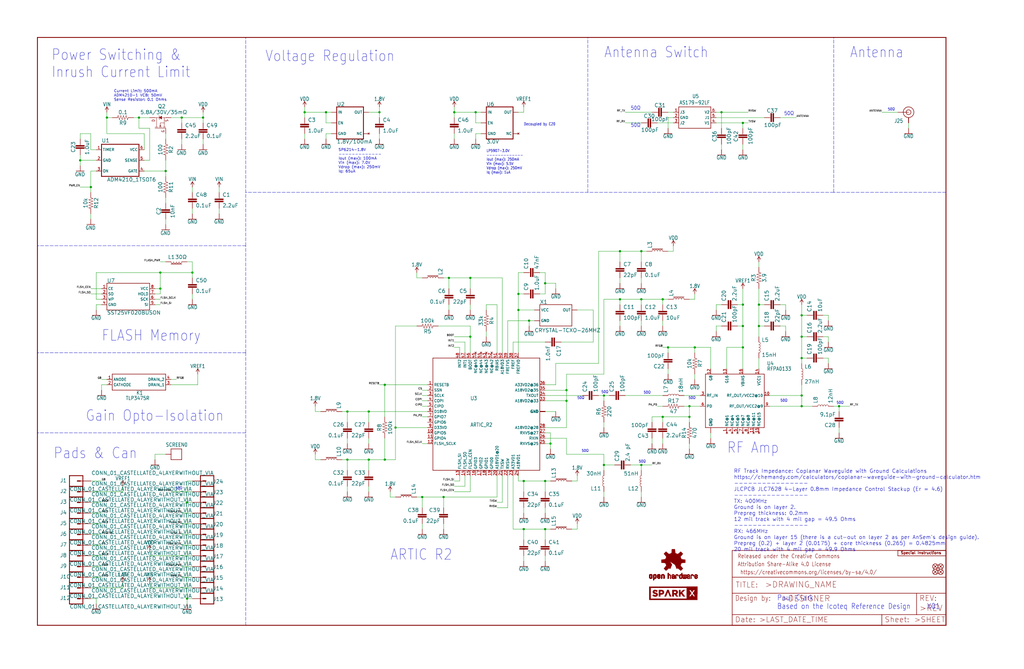
<source format=kicad_sch>
(kicad_sch (version 20211123) (generator eeschema)
  (paper "User" 486.664 317.906)
  (lib_symbols
    (symbol "eagleSchem-eagle-import:0.1OHM-0603-1{slash}3W-1%"
      (property "Reference" "R" (at 0 1.524 0))
      (property "Value" "0.1OHM-0603-1{slash}3W-1%" (at 0 -1.524 0))
      (symbol "0.1OHM-0603-1{slash}3W-1%_1_0"
        (pin passive line (at -5.08 0 0) (length 2.54) (name "1") (number "1"))
        (pin passive line (at 5.08 0 180) (length 2.54) (name "2") (number "2"))
      )
    )
    (symbol "eagleSchem-eagle-import:0.1UF-0402T-10V-10%-X7R"
      (property "Reference" "C" (at 1.524 2.921 0))
      (property "Value" "0.1UF-0402T-10V-10%-X7R" (at 1.524 -2.159 0))
      (symbol "0.1UF-0402T-10V-10%-X7R_1_0"
        (pin passive line (at 0 5.08 270) (length 2.54) (name "1") (number "1"))
        (pin passive line (at 0 -2.54 90) (length 2.54) (name "2") (number "2"))
      )
    )
    (symbol "eagleSchem-eagle-import:0.1UF-0402T-6.3V-10%-X7R"
      (property "Reference" "C" (at 1.524 2.921 0))
      (property "Value" "0.1UF-0402T-6.3V-10%-X7R" (at 1.524 -2.159 0))
      (symbol "0.1UF-0402T-6.3V-10%-X7R_1_0"
        (pin passive line (at 0 5.08 270) (length 2.54) (name "1") (number "1"))
        (pin passive line (at 0 -2.54 90) (length 2.54) (name "2") (number "2"))
      )
    )
    (symbol "eagleSchem-eagle-import:1.0NF{slash}1000PF-0402_TIGHT-50V-10%"
      (property "Reference" "C" (at 1.524 2.921 0))
      (property "Value" "1.0NF{slash}1000PF-0402_TIGHT-50V-10%" (at 1.524 -2.159 0))
      (symbol "1.0NF{slash}1000PF-0402_TIGHT-50V-10%_1_0"
        (pin passive line (at 0 5.08 270) (length 2.54) (name "1") (number "1"))
        (pin passive line (at 0 -2.54 90) (length 2.54) (name "2") (number "2"))
      )
    )
    (symbol "eagleSchem-eagle-import:1.0UF-0402T-16V-10%"
      (property "Reference" "C" (at 1.524 2.921 0))
      (property "Value" "1.0UF-0402T-16V-10%" (at 1.524 -2.159 0))
      (symbol "1.0UF-0402T-16V-10%_1_0"
        (pin passive line (at 0 5.08 270) (length 2.54) (name "1") (number "1"))
        (pin passive line (at 0 -2.54 90) (length 2.54) (name "2") (number "2"))
      )
    )
    (symbol "eagleSchem-eagle-import:1.8V" (power)
      (property "Value" "1.8V" (at 0 2.794 0))
      (symbol "1.8V_1_0"
        (pin power_in line (at 0 0 90) (length 2.54) (name "1.8V") (number "1"))
      )
    )
    (symbol "eagleSchem-eagle-import:100KOHM-0402T-1{slash}16W-1%"
      (property "Reference" "R" (at 0 1.524 0))
      (property "Value" "100KOHM-0402T-1{slash}16W-1%" (at 0 -1.524 0))
      (symbol "100KOHM-0402T-1{slash}16W-1%_1_0"
        (pin passive line (at -5.08 0 0) (length 2.54) (name "1") (number "1"))
        (pin passive line (at 5.08 0 180) (length 2.54) (name "2") (number "2"))
      )
    )
    (symbol "eagleSchem-eagle-import:100OHM-0402-TIGHT-1{slash}16W-1%"
      (property "Reference" "R" (at 0 1.524 0))
      (property "Value" "100OHM-0402-TIGHT-1{slash}16W-1%" (at 0 -1.524 0))
      (symbol "100OHM-0402-TIGHT-1{slash}16W-1%_1_0"
        (pin passive line (at -5.08 0 0) (length 2.54) (name "1") (number "1"))
        (pin passive line (at 5.08 0 180) (length 2.54) (name "2") (number "2"))
      )
    )
    (symbol "eagleSchem-eagle-import:100PF-0402T-50V-5%"
      (property "Reference" "C" (at 1.524 2.921 0))
      (property "Value" "100PF-0402T-50V-5%" (at 1.524 -2.159 0))
      (symbol "100PF-0402T-50V-5%_1_0"
        (pin passive line (at 0 5.08 270) (length 2.54) (name "1") (number "1"))
        (pin passive line (at 0 -2.54 90) (length 2.54) (name "2") (number "2"))
      )
    )
    (symbol "eagleSchem-eagle-import:10KOHM-0402T-1{slash}16W-1%"
      (property "Reference" "R" (at 0 1.524 0))
      (property "Value" "10KOHM-0402T-1{slash}16W-1%" (at 0 -1.524 0))
      (symbol "10KOHM-0402T-1{slash}16W-1%_1_0"
        (pin passive line (at -5.08 0 0) (length 2.54) (name "1") (number "1"))
        (pin passive line (at 5.08 0 180) (length 2.54) (name "2") (number "2"))
      )
    )
    (symbol "eagleSchem-eagle-import:10NF-0402T-25V-10%"
      (property "Reference" "C" (at 1.524 2.921 0))
      (property "Value" "10NF-0402T-25V-10%" (at 1.524 -2.159 0))
      (symbol "10NF-0402T-25V-10%_1_0"
        (pin passive line (at 0 5.08 270) (length 2.54) (name "1") (number "1"))
        (pin passive line (at 0 -2.54 90) (length 2.54) (name "2") (number "2"))
      )
    )
    (symbol "eagleSchem-eagle-import:10UF-0402T-6.3V-20%"
      (property "Reference" "C" (at 1.524 2.921 0))
      (property "Value" "10UF-0402T-6.3V-20%" (at 1.524 -2.159 0))
      (symbol "10UF-0402T-6.3V-20%_1_0"
        (pin passive line (at 0 5.08 270) (length 2.54) (name "1") (number "1"))
        (pin passive line (at 0 -2.54 90) (length 2.54) (name "2") (number "2"))
      )
    )
    (symbol "eagleSchem-eagle-import:12NH-0402"
      (property "Value" "12NH-0402" (at 1.27 -2.54 0))
      (symbol "12NH-0402_1_0"
        (pin passive line (at 0 5.08 270) (length 2.54) (name "1") (number "P$1"))
        (pin passive line (at 0 -5.08 90) (length 2.54) (name "2") (number "P$2"))
      )
    )
    (symbol "eagleSchem-eagle-import:15NH-0402"
      (property "Value" "15NH-0402" (at 1.27 -2.54 0))
      (symbol "15NH-0402_1_0"
        (pin passive line (at 0 5.08 270) (length 2.54) (name "1") (number "P$1"))
        (pin passive line (at 0 -5.08 90) (length 2.54) (name "2") (number "P$2"))
      )
    )
    (symbol "eagleSchem-eagle-import:18NH-0402"
      (property "Value" "18NH-0402" (at 1.27 -2.54 0))
      (symbol "18NH-0402_1_0"
        (pin passive line (at 0 5.08 270) (length 2.54) (name "1") (number "P$1"))
        (pin passive line (at 0 -5.08 90) (length 2.54) (name "2") (number "P$2"))
      )
    )
    (symbol "eagleSchem-eagle-import:2.2UF-0402_TIGHT-10V-10%-X5R"
      (property "Reference" "C" (at 1.524 2.921 0))
      (property "Value" "2.2UF-0402_TIGHT-10V-10%-X5R" (at 1.524 -2.159 0))
      (symbol "2.2UF-0402_TIGHT-10V-10%-X5R_1_0"
        (pin passive line (at 0 5.08 270) (length 2.54) (name "1") (number "1"))
        (pin passive line (at 0 -2.54 90) (length 2.54) (name "2") (number "2"))
      )
    )
    (symbol "eagleSchem-eagle-import:2.4PF-0402"
      (property "Value" "2.4PF-0402" (at 1.524 -2.159 0))
      (symbol "2.4PF-0402_1_0"
        (pin passive line (at 0 5.08 270) (length 2.54) (name "1") (number "P$1"))
        (pin passive line (at 0 -2.54 90) (length 2.54) (name "2") (number "P$2"))
      )
    )
    (symbol "eagleSchem-eagle-import:220OHM-0402-TIGHT-1{slash}16W-1%"
      (property "Reference" "R" (at 0 1.524 0))
      (property "Value" "220OHM-0402-TIGHT-1{slash}16W-1%" (at 0 -1.524 0))
      (symbol "220OHM-0402-TIGHT-1{slash}16W-1%_1_0"
        (pin passive line (at -5.08 0 0) (length 2.54) (name "1") (number "1"))
        (pin passive line (at 5.08 0 180) (length 2.54) (name "2") (number "2"))
      )
    )
    (symbol "eagleSchem-eagle-import:22PF-0402T-16V-10%"
      (property "Reference" "C" (at 1.524 2.921 0))
      (property "Value" "22PF-0402T-16V-10%" (at 1.524 -2.159 0))
      (symbol "22PF-0402T-16V-10%_1_0"
        (pin passive line (at 0 5.08 270) (length 2.54) (name "1") (number "1"))
        (pin passive line (at 0 -2.54 90) (length 2.54) (name "2") (number "2"))
      )
    )
    (symbol "eagleSchem-eagle-import:27NH-0402"
      (property "Value" "27NH-0402" (at 1.27 -2.54 0))
      (symbol "27NH-0402_1_0"
        (pin passive line (at 0 5.08 270) (length 2.54) (name "1") (number "P$1"))
        (pin passive line (at 0 -5.08 90) (length 2.54) (name "2") (number "P$2"))
      )
    )
    (symbol "eagleSchem-eagle-import:3.9OHM-0402-TIGHT-1{slash}16W-1%"
      (property "Reference" "R" (at 0 1.524 0))
      (property "Value" "3.9OHM-0402-TIGHT-1{slash}16W-1%" (at 0 -1.524 0))
      (symbol "3.9OHM-0402-TIGHT-1{slash}16W-1%_1_0"
        (pin passive line (at -5.08 0 0) (length 2.54) (name "1") (number "1"))
        (pin passive line (at 5.08 0 180) (length 2.54) (name "2") (number "2"))
      )
    )
    (symbol "eagleSchem-eagle-import:30NH-0402"
      (property "Value" "30NH-0402" (at 1.27 -2.54 0))
      (symbol "30NH-0402_1_0"
        (pin passive line (at 0 5.08 270) (length 2.54) (name "1") (number "P$1"))
        (pin passive line (at 0 -5.08 90) (length 2.54) (name "2") (number "P$2"))
      )
    )
    (symbol "eagleSchem-eagle-import:33KOHM-0402T-1{slash}16W-1%"
      (property "Reference" "R" (at 0 1.524 0))
      (property "Value" "33KOHM-0402T-1{slash}16W-1%" (at 0 -1.524 0))
      (symbol "33KOHM-0402T-1{slash}16W-1%_1_0"
        (pin passive line (at -5.08 0 0) (length 2.54) (name "1") (number "1"))
        (pin passive line (at 5.08 0 180) (length 2.54) (name "2") (number "2"))
      )
    )
    (symbol "eagleSchem-eagle-import:470OHM-0402-TIGHT-1{slash}16W-1%"
      (property "Reference" "R" (at 0 1.524 0))
      (property "Value" "470OHM-0402-TIGHT-1{slash}16W-1%" (at 0 -1.524 0))
      (symbol "470OHM-0402-TIGHT-1{slash}16W-1%_1_0"
        (pin passive line (at -5.08 0 0) (length 2.54) (name "1") (number "1"))
        (pin passive line (at 5.08 0 180) (length 2.54) (name "2") (number "2"))
      )
    )
    (symbol "eagleSchem-eagle-import:47NF-0402_TIGHT-25V-10%-X7R"
      (property "Reference" "C" (at 1.524 2.921 0))
      (property "Value" "47NF-0402_TIGHT-25V-10%-X7R" (at 1.524 -2.159 0))
      (symbol "47NF-0402_TIGHT-25V-10%-X7R_1_0"
        (pin passive line (at 0 5.08 270) (length 2.54) (name "1") (number "1"))
        (pin passive line (at 0 -2.54 90) (length 2.54) (name "2") (number "2"))
      )
    )
    (symbol "eagleSchem-eagle-import:47OHM-0402-TIGHT-1{slash}16W-1%"
      (property "Reference" "R" (at 0 1.524 0))
      (property "Value" "47OHM-0402-TIGHT-1{slash}16W-1%" (at 0 -1.524 0))
      (symbol "47OHM-0402-TIGHT-1{slash}16W-1%_1_0"
        (pin passive line (at -5.08 0 0) (length 2.54) (name "1") (number "1"))
        (pin passive line (at 5.08 0 180) (length 2.54) (name "2") (number "2"))
      )
    )
    (symbol "eagleSchem-eagle-import:51NH-0402"
      (property "Value" "51NH-0402" (at 1.27 -2.54 0))
      (symbol "51NH-0402_1_0"
        (pin passive line (at 0 5.08 270) (length 2.54) (name "1") (number "P$1"))
        (pin passive line (at 0 -5.08 90) (length 2.54) (name "2") (number "P$2"))
      )
    )
    (symbol "eagleSchem-eagle-import:9.1PF-0402-TIGHT"
      (property "Reference" "C" (at 1.524 2.921 0))
      (property "Value" "9.1PF-0402-TIGHT" (at 1.524 -2.159 0))
      (symbol "9.1PF-0402-TIGHT_1_0"
        (pin passive line (at 0 5.08 270) (length 2.54) (name "1") (number "1"))
        (pin passive line (at 0 -2.54 90) (length 2.54) (name "2") (number "2"))
      )
    )
    (symbol "eagleSchem-eagle-import:ADM4210_1TSOT6"
      (property "Reference" "IC" (at -7.62 8.382 0))
      (property "Value" "ADM4210_1TSOT6" (at -7.62 -10.16 0))
      (symbol "ADM4210_1TSOT6_1_0"
        (pin input line (at -10.16 5.08 0) (length 2.54) (name "TIMER") (number "1"))
        (pin power_in line (at -10.16 0 0) (length 2.54) (name "GND") (number "2"))
        (pin input line (at -10.16 -5.08 0) (length 2.54) (name "ON") (number "3"))
        (pin output line (at 12.7 -5.08 180) (length 2.54) (name "GATE") (number "4"))
        (pin input line (at 12.7 0 180) (length 2.54) (name "SENSE") (number "5"))
        (pin power_in line (at 12.7 5.08 180) (length 2.54) (name "VCC") (number "6"))
      )
    )
    (symbol "eagleSchem-eagle-import:ARTIC_R2"
      (property "Reference" "U" (at -7.62 5.334 0))
      (property "Value" "ARTIC_R2" (at -7.62 -5.334 0))
      (symbol "ARTIC_R2_1_0"
        (pin bidirectional line (at -27.94 12.7 0) (length 2.54) (name "RESETB") (number "1"))
        (pin bidirectional line (at -27.94 -10.16 0) (length 2.54) (name "GPIO5") (number "10"))
        (pin bidirectional line (at -27.94 -12.7 0) (length 2.54) (name "GPIO4") (number "11"))
        (pin bidirectional line (at -27.94 -15.24 0) (length 2.54) (name "FLSH_SCLK") (number "12"))
        (pin bidirectional line (at -12.7 -30.48 90) (length 2.54) (name "FLSH_SI") (number "13"))
        (pin bidirectional line (at -10.16 -30.48 90) (length 2.54) (name "FLSH_SO") (number "14"))
        (pin bidirectional line (at -7.62 -30.48 90) (length 2.54) (name "FLSH_CEN") (number "15"))
        (pin bidirectional line (at -5.08 -30.48 90) (length 2.54) (name "GPIO3") (number "16"))
        (pin bidirectional line (at -2.54 -30.48 90) (length 2.54) (name "GPIO2") (number "17"))
        (pin bidirectional line (at 0 -30.48 90) (length 2.54) (name "GPIO1") (number "18"))
        (pin bidirectional line (at 2.54 -30.48 90) (length 2.54) (name "GPIO0") (number "19"))
        (pin bidirectional line (at -27.94 10.16 0) (length 2.54) (name "SSN") (number "2"))
        (pin power_in line (at 5.08 -30.48 90) (length 2.54) (name "A18VD1@20") (number "20"))
        (pin bidirectional line (at 7.62 -30.48 90) (length 2.54) (name "TXSW") (number "21"))
        (pin bidirectional line (at 10.16 -30.48 90) (length 2.54) (name "RXSW") (number "22"))
        (pin power_in line (at 12.7 -30.48 90) (length 2.54) (name "A33VD1") (number "23"))
        (pin power_in line (at 15.24 -30.48 90) (length 2.54) (name "A18VD1") (number "24"))
        (pin bidirectional line (at 27.94 -15.24 180) (length 2.54) (name "RXVS@25") (number "25"))
        (pin bidirectional line (at 27.94 -12.7 180) (length 2.54) (name "RXIN") (number "26"))
        (pin bidirectional line (at 27.94 -10.16 180) (length 2.54) (name "RXVS@27") (number "27"))
        (pin power_in line (at 27.94 -7.62 180) (length 2.54) (name "A18VD2@28") (number "28"))
        (pin bidirectional line (at 27.94 0 180) (length 2.54) (name "GND") (number "29"))
        (pin bidirectional line (at -27.94 7.62 0) (length 2.54) (name "SCLK") (number "3"))
        (pin bidirectional line (at 27.94 0 180) (length 2.54) (name "GND") (number "30"))
        (pin bidirectional line (at 27.94 0 180) (length 2.54) (name "GND") (number "31"))
        (pin bidirectional line (at 27.94 0 180) (length 2.54) (name "GND") (number "32"))
        (pin power_in line (at 27.94 5.08 180) (length 2.54) (name "A18VD2@33") (number "33"))
        (pin bidirectional line (at 27.94 7.62 180) (length 2.54) (name "TXOUT") (number "34"))
        (pin power_in line (at 27.94 10.16 180) (length 2.54) (name "A18VD2@35") (number "35"))
        (pin power_in line (at 27.94 12.7 180) (length 2.54) (name "A33VD2@36") (number "36"))
        (pin bidirectional line (at 15.24 27.94 270) (length 2.54) (name "FREFVD") (number "37"))
        (pin bidirectional line (at 12.7 27.94 270) (length 2.54) (name "FREF") (number "38"))
        (pin bidirectional line (at 10.16 27.94 270) (length 2.54) (name "FREFVS") (number "39"))
        (pin bidirectional line (at -27.94 5.08 0) (length 2.54) (name "COPI") (number "4"))
        (pin power_in line (at 7.62 27.94 270) (length 2.54) (name "A18VD3") (number "40"))
        (pin bidirectional line (at 5.08 27.94 270) (length 2.54) (name "RBIAS") (number "41"))
        (pin no_connect line (at 2.54 27.94 270) (length 2.54) (name "NC@42") (number "42"))
        (pin no_connect line (at 0 27.94 270) (length 2.54) (name "NC@43") (number "43"))
        (pin no_connect line (at -2.54 27.94 270) (length 2.54) (name "NC@44") (number "44"))
        (pin no_connect line (at -5.08 27.94 270) (length 2.54) (name "NC@45") (number "45"))
        (pin bidirectional line (at -7.62 27.94 270) (length 2.54) (name "BOOT") (number "46"))
        (pin bidirectional line (at -10.16 27.94 270) (length 2.54) (name "INT1") (number "47"))
        (pin bidirectional line (at -12.7 27.94 270) (length 2.54) (name "INT2") (number "48"))
        (pin bidirectional line (at -27.94 2.54 0) (length 2.54) (name "CIPO") (number "5"))
        (pin power_in line (at -27.94 0 0) (length 2.54) (name "D18VD") (number "6"))
        (pin bidirectional line (at -27.94 -2.54 0) (length 2.54) (name "GPIO7") (number "7"))
        (pin bidirectional line (at -27.94 -5.08 0) (length 2.54) (name "GPIO6") (number "8"))
        (pin power_in line (at -27.94 -7.62 0) (length 2.54) (name "D33VD") (number "9"))
        (pin bidirectional line (at 27.94 0 180) (length 2.54) (name "GND") (number "GND"))
      )
    )
    (symbol "eagleSchem-eagle-import:AS179-92LF"
      (property "Reference" "IC" (at 0 10.16 0))
      (property "Value" "AS179-92LF" (at 0 7.112 0))
      (symbol "AS179-92LF_1_0"
        (pin bidirectional line (at -10.16 2.54 0) (length 2.54) (name "J3") (number "1"))
        (pin power_in line (at -10.16 0 0) (length 2.54) (name "GND") (number "2"))
        (pin bidirectional line (at -10.16 -2.54 0) (length 2.54) (name "J2") (number "3"))
        (pin power_in line (at 10.16 -2.54 180) (length 2.54) (name "V1") (number "4"))
        (pin bidirectional line (at 10.16 0 180) (length 2.54) (name "J1") (number "5"))
        (pin power_in line (at 10.16 2.54 180) (length 2.54) (name "V2") (number "6"))
      )
    )
    (symbol "eagleSchem-eagle-import:CONN_01_CASTELLATED_4LAYERWITHOUT_VIA"
      (property "Value" "CONN_01_CASTELLATED_4LAYERWITHOUT_VIA" (at -2.54 -4.826 0))
      (symbol "CONN_01_CASTELLATED_4LAYERWITHOUT_VIA_1_0"
        (pin passive line (at 7.62 0 180) (length 5.08) (name "1") (number "1"))
      )
    )
    (symbol "eagleSchem-eagle-import:CRYSTAL-TCXO-26MHZ"
      (property "Reference" "Y" (at -7.62 5.334 0))
      (property "Value" "CRYSTAL-TCXO-26MHZ" (at -7.62 -5.334 0))
      (symbol "CRYSTAL-TCXO-26MHZ_1_0"
        (pin bidirectional line (at -10.16 -2.54 0) (length 2.54) (name "GND") (number "1"))
        (pin bidirectional line (at -10.16 -2.54 0) (length 2.54) (name "GND") (number "2"))
        (pin bidirectional line (at 10.16 2.54 180) (length 2.54) (name "OUT") (number "3"))
        (pin bidirectional line (at -10.16 2.54 0) (length 2.54) (name "VCC") (number "4"))
      )
    )
    (symbol "eagleSchem-eagle-import:FERRITE_BEAD-0402-30OHM-100MHZ"
      (property "Reference" "FB" (at 1.27 2.54 0))
      (property "Value" "FERRITE_BEAD-0402-30OHM-100MHZ" (at 1.27 -2.54 0))
      (symbol "FERRITE_BEAD-0402-30OHM-100MHZ_1_0"
        (pin passive line (at 0 5.08 270) (length 2.54) (name "1") (number "1"))
        (pin passive line (at 0 -5.08 90) (length 2.54) (name "2") (number "2"))
      )
    )
    (symbol "eagleSchem-eagle-import:FIDUCIAL1X2")
    (symbol "eagleSchem-eagle-import:FRAME-LEDGER"
      (symbol "FRAME-LEDGER_2_0"
        (text " https://creativecommons.org/licenses/by-sa/4.0/" (at 2.54 24.13 0) (effects (font (size 1.9304 1.6408)) (justify left bottom)))
        (text ">DESIGNER" (at 23.114 11.176 0) (effects (font (size 2.7432 2.7432)) (justify left bottom)))
        (text ">DRAWING_NAME" (at 15.494 17.78 0) (effects (font (size 2.7432 2.7432)) (justify left bottom)))
        (text ">LAST_DATE_TIME" (at 12.7 1.27 0) (effects (font (size 2.54 2.54)) (justify left bottom)))
        (text ">REV" (at 88.9 6.604 0) (effects (font (size 2.7432 2.7432)) (justify left bottom)))
        (text ">SHEET" (at 86.36 1.27 0) (effects (font (size 2.54 2.54)) (justify left bottom)))
        (text "Attribution Share-Alike 4.0 License" (at 2.54 27.94 0) (effects (font (size 1.9304 1.6408)) (justify left bottom)))
        (text "Date:" (at 1.27 1.27 0) (effects (font (size 2.54 2.54)) (justify left bottom)))
        (text "Design by:" (at 1.27 11.43 0) (effects (font (size 2.54 2.159)) (justify left bottom)))
        (text "Released under the Creative Commons" (at 2.54 31.75 0) (effects (font (size 1.9304 1.6408)) (justify left bottom)))
        (text "REV:" (at 88.9 11.43 0) (effects (font (size 2.54 2.54)) (justify left bottom)))
        (text "Sheet:" (at 72.39 1.27 0) (effects (font (size 2.54 2.54)) (justify left bottom)))
        (text "TITLE:" (at 1.524 17.78 0) (effects (font (size 2.54 2.54)) (justify left bottom)))
      )
    )
    (symbol "eagleSchem-eagle-import:GND" (power)
      (property "Value" "GND" (at 0 -0.254 0))
      (symbol "GND_1_0"
        (pin power_in line (at 0 2.54 270) (length 2.54) (name "GND") (number "1"))
      )
    )
    (symbol "eagleSchem-eagle-import:IOTA_SCREENING_CANSTRAIGHT_SLOTS"
      (property "Value" "IOTA_SCREENING_CANSTRAIGHT_SLOTS" (at -5.08 -5.08 0))
      (symbol "IOTA_SCREENING_CANSTRAIGHT_SLOTS_1_0"
        (pin bidirectional line (at -5.08 0 0) (length 2.54) (name "P$1") (number "1-1"))
        (pin bidirectional line (at -5.08 0 0) (length 2.54) (name "P$1") (number "1-16"))
        (pin bidirectional line (at -5.08 0 0) (length 2.54) (name "P$1") (number "2"))
        (pin bidirectional line (at -5.08 0 0) (length 2.54) (name "P$1") (number "3-1"))
        (pin bidirectional line (at -5.08 0 0) (length 2.54) (name "P$1") (number "3-16"))
        (pin bidirectional line (at -5.08 0 0) (length 2.54) (name "P$1") (number "4"))
      )
    )
    (symbol "eagleSchem-eagle-import:MOSFET-NCH-AO3404A"
      (property "Reference" "Q" (at 5.08 0 0))
      (property "Value" "MOSFET-NCH-AO3404A" (at 5.08 -2.54 0))
      (symbol "MOSFET-NCH-AO3404A_1_0"
        (text "D" (at 0.508 2.54 0) (effects (font (size 1.27 1.0795)) (justify left bottom)))
        (text "G" (at -3.302 -0.508 0) (effects (font (size 1.27 1.0795)) (justify right top)))
        (text "S" (at 0.508 -3.81 0) (effects (font (size 1.27 1.0795)) (justify left bottom)))
        (pin bidirectional line (at -5.08 -2.54 0) (length 2.54) (name "G") (number "1"))
        (pin bidirectional line (at 2.54 -5.08 90) (length 2.54) (name "S") (number "2"))
        (pin bidirectional line (at 2.54 5.08 270) (length 2.54) (name "D") (number "3"))
      )
    )
    (symbol "eagleSchem-eagle-import:OSHW-LOGOS")
    (symbol "eagleSchem-eagle-import:RFPA0133"
      (property "Reference" "IC" (at 16.51 17.78 0))
      (property "Value" "RFPA0133" (at 16.51 15.24 0))
      (symbol "RFPA0133_1_0"
        (pin no_connect line (at -2.54 -15.24 90) (length 2.54) (name "NC@1") (number "1"))
        (pin output line (at 17.78 2.54 180) (length 2.54) (name "RF_OUT/VCC2@10") (number "10"))
        (pin no_connect line (at 10.16 -15.24 90) (length 2.54) (name "NC@11") (number "11"))
        (pin input line (at -10.16 15.24 270) (length 2.54) (name "G8") (number "12"))
        (pin input line (at -2.54 15.24 270) (length 2.54) (name "G16") (number "13"))
        (pin power_in line (at 12.7 15.24 270) (length 2.54) (name "VCC1") (number "14"))
        (pin no_connect line (at 12.7 -15.24 90) (length 2.54) (name "NC@15") (number "15"))
        (pin power_in line (at 5.08 15.24 270) (length 2.54) (name "VBIAS") (number "16"))
        (pin power_in line (at -10.16 -15.24 90) (length 2.54) (name "GND") (number "2"))
        (pin input line (at -15.24 2.54 0) (length 2.54) (name "RF_IN") (number "3"))
        (pin no_connect line (at 0 -15.24 90) (length 2.54) (name "NC@4") (number "4"))
        (pin no_connect line (at 2.54 -15.24 90) (length 2.54) (name "NC@5") (number "5"))
        (pin input line (at -15.24 -2.54 0) (length 2.54) (name "PD") (number "6"))
        (pin no_connect line (at 5.08 -15.24 90) (length 2.54) (name "NC@7") (number "7"))
        (pin no_connect line (at 7.62 -15.24 90) (length 2.54) (name "NC@8") (number "8"))
        (pin output line (at 17.78 -2.54 180) (length 2.54) (name "RF_OUT/VCC2@9") (number "9"))
        (pin power_in line (at -10.16 -15.24 90) (length 2.54) (name "GND") (number "EDAP"))
      )
    )
    (symbol "eagleSchem-eagle-import:SPARKX-LOGO4")
    (symbol "eagleSchem-eagle-import:SPECIAL_INSTRUCTIONS-ORDERING"
      (symbol "SPECIAL_INSTRUCTIONS-ORDERING_1_0"
        (text "Special Instructions" (at 1.27 0.6985 0) (effects (font (size 1.27 1.27) (thickness 0.254) bold) (justify left bottom)))
      )
    )
    (symbol "eagleSchem-eagle-import:SST25VF020BUSON"
      (property "Reference" "U" (at -10.16 5.334 0))
      (property "Value" "SST25VF020BUSON" (at -10.16 -7.874 0))
      (symbol "SST25VF020BUSON_1_0"
        (pin bidirectional line (at -12.7 2.54 0) (length 2.54) (name "CE") (number "1"))
        (pin bidirectional line (at -12.7 0 0) (length 2.54) (name "SO") (number "2"))
        (pin bidirectional line (at -12.7 -2.54 0) (length 2.54) (name "WP") (number "3"))
        (pin power_in line (at -12.7 -5.08 0) (length 2.54) (name "GND") (number "4"))
        (pin bidirectional line (at 12.7 -5.08 180) (length 2.54) (name "SI") (number "5"))
        (pin bidirectional line (at 12.7 -2.54 180) (length 2.54) (name "SCK") (number "6"))
        (pin bidirectional line (at 12.7 0 180) (length 2.54) (name "HOLD") (number "7"))
        (pin power_in line (at 12.7 2.54 180) (length 2.54) (name "VCC") (number "8"))
      )
    )
    (symbol "eagleSchem-eagle-import:TLP3475R"
      (property "Reference" "K" (at -3.81 6.35 0))
      (property "Value" "TLP3475R" (at -3.81 3.81 0))
      (symbol "TLP3475R_1_0"
        (pin bidirectional line (at -15.24 0 0) (length 2.54) (name "ANODE") (number "1"))
        (pin bidirectional line (at -15.24 -2.54 0) (length 2.54) (name "CATHODE") (number "2"))
        (pin bidirectional line (at 15.24 -2.54 180) (length 2.54) (name "DRAIN_1") (number "3"))
        (pin bidirectional line (at 15.24 0 180) (length 2.54) (name "DRAIN_2") (number "4"))
      )
    )
    (symbol "eagleSchem-eagle-import:U.FL2PIN-REDUCED-FOOTPRINT"
      (property "Reference" "J" (at 2.54 -5.08 0))
      (property "Value" "U.FL2PIN-REDUCED-FOOTPRINT" (at 2.54 -7.62 0))
      (symbol "U.FL2PIN-REDUCED-FOOTPRINT_1_0"
        (pin bidirectional line (at 0 -5.08 90) (length 2.54) (name "GND") (number "1"))
        (pin bidirectional line (at 0 -5.08 90) (length 2.54) (name "GND") (number "2"))
        (pin bidirectional line (at 5.08 0 180) (length 5.08) (name "SIGNAL") (number "FEED"))
      )
    )
    (symbol "eagleSchem-eagle-import:VDD" (power)
      (property "Value" "VDD" (at 0 2.794 0))
      (symbol "VDD_1_0"
        (pin power_in line (at 0 0 90) (length 2.54) (name "VDD") (number "1"))
      )
    )
    (symbol "eagleSchem-eagle-import:VIN" (power)
      (property "Value" "VIN" (at 0 2.794 0))
      (symbol "VIN_1_0"
        (pin power_in line (at 0 0 90) (length 2.54) (name "VIN") (number "1"))
      )
    )
    (symbol "eagleSchem-eagle-import:VREF1" (power)
      (property "Value" "VREF1" (at 0 2.794 0))
      (symbol "VREF1_1_0"
        (pin power_in line (at 0 0 90) (length 2.54) (name "VREF1") (number "1"))
      )
    )
    (symbol "eagleSchem-eagle-import:V_REG_LP5907SOT23-3.0V"
      (property "Reference" "U" (at -7.62 7.874 0))
      (property "Value" "V_REG_LP5907SOT23-3.0V" (at -7.62 -7.874 0))
      (symbol "V_REG_LP5907SOT23-3.0V_1_0"
        (pin input line (at -10.16 5.08 0) (length 2.54) (name "IN") (number "1"))
        (pin input line (at -10.16 -5.08 0) (length 2.54) (name "GND") (number "2"))
        (pin input line (at -10.16 0 0) (length 2.54) (name "EN") (number "3"))
        (pin no_connect line (at 7.62 -5.08 180) (length 2.54) (name "NC") (number "4"))
        (pin passive line (at 7.62 5.08 180) (length 2.54) (name "OUT") (number "5"))
      )
    )
    (symbol "eagleSchem-eagle-import:V_REG_SP6214-1.8V"
      (property "Reference" "U" (at -7.62 7.874 0))
      (property "Value" "V_REG_SP6214-1.8V" (at -7.62 -7.874 0))
      (symbol "V_REG_SP6214-1.8V_1_0"
        (pin input line (at -10.16 5.08 0) (length 2.54) (name "IN") (number "1"))
        (pin input line (at -10.16 -5.08 0) (length 2.54) (name "GND") (number "2"))
        (pin input line (at -10.16 0 0) (length 2.54) (name "EN") (number "3"))
        (pin no_connect line (at 7.62 -5.08 180) (length 2.54) (name "NC") (number "4"))
        (pin passive line (at 7.62 5.08 180) (length 2.54) (name "OUT") (number "5"))
      )
    )
  )
  (junction (at 248.92 228.6))
  (junction (at 353.06 58.42))
  (junction (at 353.06 165.1))
  (junction (at 259.08 228.6))
  (junction (at 381 149.86))
  (junction (at 66.04 55.88))
  (junction (at 223.52 160.02))
  (junction (at 86.36 55.88))
  (junction (at 43.18 88.9))
  (junction (at 287.02 220.98))
  (junction (at 360.68 144.78))
  (junction (at 50.8 55.88))
  (junction (at 78.74 81.28))
  (junction (at 314.96 198.12))
  (junction (at 294.64 142.24))
  (junction (at 213.36 132.08))
  (junction (at 314.96 142.24))
  (junction (at 381 193.04))
  (junction (at 251.46 152.4))
  (junction (at 327.66 198.12))
  (junction (at 180.34 53.34))
  (junction (at 91.44 129.54))
  (junction (at 246.38 139.7))
  (junction (at 342.9 53.34))
  (junction (at 165.1 195.58))
  (junction (at 182.88 182.88))
  (junction (at 154.94 53.34))
  (junction (at 175.26 195.58))
  (junction (at 304.8 119.38))
  (junction (at 398.78 193.04))
  (junction (at 381 187.96))
  (junction (at 223.52 132.08))
  (junction (at 259.08 134.62))
  (junction (at 269.24 190.5))
  (junction (at 287.02 187.96))
  (junction (at 304.8 220.98))
  (junction (at 246.38 147.32))
  (junction (at 38.1 76.2))
  (junction (at 88.9 238.76))
  (junction (at 96.52 55.88))
  (junction (at 248.92 251.46))
  (junction (at 175.26 218.44))
  (junction (at 182.88 218.44))
  (junction (at 304.8 142.24))
  (junction (at 215.9 53.34))
  (junction (at 144.78 53.34))
  (junction (at 76.2 137.16))
  (junction (at 353.06 144.78))
  (junction (at 261.62 210.82))
  (junction (at 165.1 218.44))
  (junction (at 226.06 53.34))
  (junction (at 353.06 154.94))
  (junction (at 200.66 236.22))
  (junction (at 327.66 193.04))
  (junction (at 317.5 165.1))
  (junction (at 210.82 236.22))
  (junction (at 88.9 284.48))
  (junction (at 187.96 203.2))
  (junction (at 259.08 251.46))
  (junction (at 269.24 185.42))
  (junction (at 381 170.18))
  (junction (at 294.64 119.38))
  (junction (at 381 160.02))
  (junction (at 76.2 129.54))
  (junction (at 360.68 154.94))
  (junction (at 330.2 165.1))
  (wire (pts (xy 198.12 154.94) (xy 187.96 154.94)))
  (wire (pts (xy 259.08 256.54) (xy 259.08 251.46)))
  (wire (pts (xy 43.18 81.28) (xy 43.18 88.9)))
  (wire (pts (xy 353.06 71.12) (xy 353.06 68.58)))
  (wire (pts (xy 187.96 218.44) (xy 182.88 218.44)))
  (wire (pts (xy 157.48 53.34) (xy 154.94 53.34)))
  (wire (pts (xy 340.36 144.78) (xy 340.36 147.32)))
  (wire (pts (xy 284.48 187.96) (xy 287.02 187.96)))
  (wire (pts (xy 210.82 251.46) (xy 210.82 248.92)))
  (wire (pts (xy 274.32 226.06) (xy 274.32 228.6)))
  (wire (pts (xy 337.82 205.74) (xy 337.82 208.28)))
  (wire (pts (xy 81.28 182.88) (xy 93.98 182.88)))
  (polyline (pts (xy 116.84 167.64) (xy 17.78 167.64)))
  (wire (pts (xy 228.6 63.5) (xy 226.06 63.5)))
  (wire (pts (xy 309.88 53.34) (xy 297.18 53.34)))
  (wire (pts (xy 259.08 139.7) (xy 259.08 134.62)))
  (wire (pts (xy 200.66 241.3) (xy 200.66 236.22)))
  (wire (pts (xy 381 193.04) (xy 381 187.96)))
  (wire (pts (xy 68.58 63.5) (xy 50.8 63.5)))
  (wire (pts (xy 317.5 165.1) (xy 314.96 165.1)))
  (wire (pts (xy 396.24 193.04) (xy 398.78 193.04)))
  (wire (pts (xy 226.06 53.34) (xy 215.9 53.34)))
  (wire (pts (xy 231.14 144.78) (xy 231.14 147.32)))
  (wire (pts (xy 353.06 165.1) (xy 353.06 175.26)))
  (wire (pts (xy 48.26 182.88) (xy 48.26 185.42)))
  (wire (pts (xy 203.2 210.82) (xy 200.66 210.82)))
  (wire (pts (xy 180.34 53.34) (xy 180.34 50.8)))
  (wire (pts (xy 274.32 251.46) (xy 271.78 251.46)))
  (wire (pts (xy 203.2 190.5) (xy 200.66 190.5)))
  (wire (pts (xy 314.96 200.66) (xy 314.96 198.12)))
  (wire (pts (xy 259.08 185.42) (xy 269.24 185.42)))
  (wire (pts (xy 88.9 287.02) (xy 88.9 284.48)))
  (wire (pts (xy 91.44 254) (xy 86.36 254)))
  (wire (pts (xy 73.66 139.7) (xy 76.2 139.7)))
  (wire (pts (xy 327.66 193.04) (xy 327.66 198.12)))
  (wire (pts (xy 256.54 139.7) (xy 259.08 139.7)))
  (wire (pts (xy 48.26 139.7) (xy 43.18 139.7)))
  (wire (pts (xy 337.82 165.1) (xy 330.2 165.1)))
  (wire (pts (xy 274.32 228.6) (xy 271.78 228.6)))
  (wire (pts (xy 259.08 210.82) (xy 261.62 210.82)))
  (wire (pts (xy 91.44 248.92) (xy 86.36 248.92)))
  (wire (pts (xy 210.82 241.3) (xy 210.82 236.22)))
  (wire (pts (xy 43.18 63.5) (xy 43.18 71.12)))
  (wire (pts (xy 342.9 144.78) (xy 340.36 144.78)))
  (wire (pts (xy 304.8 223.52) (xy 304.8 220.98)))
  (wire (pts (xy 223.52 233.68) (xy 215.9 233.68)))
  (wire (pts (xy 360.68 175.26) (xy 360.68 170.18)))
  (wire (pts (xy 91.44 124.46) (xy 91.44 129.54)))
  (wire (pts (xy 248.92 233.68) (xy 248.92 228.6)))
  (wire (pts (xy 48.26 144.78) (xy 45.72 144.78)))
  (wire (pts (xy 78.74 81.28) (xy 78.74 83.82)))
  (wire (pts (xy 149.86 193.04) (xy 149.86 195.58)))
  (wire (pts (xy 45.72 81.28) (xy 43.18 81.28)))
  (wire (pts (xy 342.9 53.34) (xy 355.6 53.34)))
  (wire (pts (xy 309.88 200.66) (xy 309.88 198.12)))
  (wire (pts (xy 50.8 53.34) (xy 50.8 55.88)))
  (wire (pts (xy 43.18 71.12) (xy 45.72 71.12)))
  (wire (pts (xy 175.26 195.58) (xy 165.1 195.58)))
  (wire (pts (xy 393.7 160.02) (xy 393.7 162.56)))
  (wire (pts (xy 215.9 53.34) (xy 215.9 50.8)))
  (wire (pts (xy 246.38 226.06) (xy 246.38 228.6)))
  (wire (pts (xy 391.16 149.86) (xy 393.7 149.86)))
  (wire (pts (xy 287.02 190.5) (xy 287.02 187.96)))
  (wire (pts (xy 243.84 226.06) (xy 243.84 251.46)))
  (wire (pts (xy 88.9 284.48) (xy 88.9 238.76)))
  (wire (pts (xy 259.08 203.2) (xy 269.24 203.2)))
  (wire (pts (xy 228.6 58.42) (xy 226.06 58.42)))
  (wire (pts (xy 91.44 264.16) (xy 71.12 264.16)))
  (wire (pts (xy 228.6 53.34) (xy 226.06 53.34)))
  (wire (pts (xy 314.96 142.24) (xy 317.5 142.24)))
  (wire (pts (xy 248.92 243.84) (xy 248.92 241.3)))
  (wire (pts (xy 264.16 137.16) (xy 264.16 134.62)))
  (wire (pts (xy 287.02 187.96) (xy 289.56 187.96)))
  (wire (pts (xy 45.72 284.48) (xy 45.72 287.02)))
  (wire (pts (xy 66.04 55.88) (xy 71.12 55.88)))
  (wire (pts (xy 431.8 60.96) (xy 431.8 58.42)))
  (wire (pts (xy 45.72 144.78) (xy 45.72 147.32)))
  (wire (pts (xy 223.52 226.06) (xy 223.52 233.68)))
  (wire (pts (xy 274.32 147.32) (xy 281.94 147.32)))
  (wire (pts (xy 370.84 144.78) (xy 373.38 144.78)))
  (wire (pts (xy 259.08 129.54) (xy 256.54 129.54)))
  (wire (pts (xy 340.36 55.88) (xy 363.22 55.88)))
  (wire (pts (xy 259.08 205.74) (xy 261.62 205.74)))
  (wire (pts (xy 203.2 198.12) (xy 200.66 198.12)))
  (wire (pts (xy 157.48 63.5) (xy 154.94 63.5)))
  (wire (pts (xy 269.24 208.28) (xy 269.24 215.9)))
  (wire (pts (xy 215.9 55.88) (xy 215.9 53.34)))
  (wire (pts (xy 91.44 243.84) (xy 86.36 243.84)))
  (wire (pts (xy 264.16 172.72) (xy 284.48 172.72)))
  (wire (pts (xy 353.06 154.94) (xy 353.06 144.78)))
  (wire (pts (xy 259.08 228.6) (xy 261.62 228.6)))
  (wire (pts (xy 264.16 182.88) (xy 264.16 172.72)))
  (wire (pts (xy 353.06 60.96) (xy 353.06 58.42)))
  (wire (pts (xy 340.36 154.94) (xy 340.36 157.48)))
  (wire (pts (xy 78.74 104.14) (xy 78.74 106.68)))
  (wire (pts (xy 370.84 55.88) (xy 378.46 55.88)))
  (wire (pts (xy 86.36 68.58) (xy 86.36 66.04)))
  (wire (pts (xy 353.06 58.42) (xy 355.6 58.42)))
  (wire (pts (xy 314.96 144.78) (xy 314.96 142.24)))
  (wire (pts (xy 330.2 142.24) (xy 327.66 142.24)))
  (wire (pts (xy 251.46 152.4) (xy 251.46 154.94)))
  (wire (pts (xy 238.76 167.64) (xy 238.76 132.08)))
  (wire (pts (xy 383.54 149.86) (xy 381 149.86)))
  (wire (pts (xy 248.92 129.54) (xy 246.38 129.54)))
  (wire (pts (xy 43.18 274.32) (xy 48.26 274.32)))
  (wire (pts (xy 259.08 208.28) (xy 269.24 208.28)))
  (wire (pts (xy 243.84 251.46) (xy 248.92 251.46)))
  (wire (pts (xy 38.1 76.2) (xy 45.72 76.2)))
  (wire (pts (xy 353.06 165.1) (xy 353.06 154.94)))
  (wire (pts (xy 144.78 53.34) (xy 144.78 50.8)))
  (wire (pts (xy 203.2 185.42) (xy 200.66 185.42)))
  (wire (pts (xy 332.74 193.04) (xy 327.66 193.04)))
  (wire (pts (xy 248.92 139.7) (xy 246.38 139.7)))
  (wire (pts (xy 226.06 58.42) (xy 226.06 53.34)))
  (wire (pts (xy 73.66 142.24) (xy 76.2 142.24)))
  (wire (pts (xy 175.26 200.66) (xy 175.26 195.58)))
  (wire (pts (xy 269.24 215.9) (xy 287.02 215.9)))
  (wire (pts (xy 43.18 238.76) (xy 48.26 238.76)))
  (wire (pts (xy 241.3 241.3) (xy 236.22 241.3)))
  (wire (pts (xy 165.1 195.58) (xy 162.56 195.58)))
  (wire (pts (xy 246.38 53.34) (xy 248.92 53.34)))
  (wire (pts (xy 43.18 233.68) (xy 58.42 233.68)))
  (wire (pts (xy 215.9 66.04) (xy 215.9 63.5)))
  (wire (pts (xy 363.22 144.78) (xy 360.68 144.78)))
  (wire (pts (xy 104.14 91.44) (xy 104.14 88.9)))
  (wire (pts (xy 50.8 63.5) (xy 50.8 55.88)))
  (wire (pts (xy 241.3 152.4) (xy 251.46 152.4)))
  (wire (pts (xy 330.2 139.7) (xy 330.2 142.24)))
  (wire (pts (xy 203.2 187.96) (xy 200.66 187.96)))
  (wire (pts (xy 294.64 142.24) (xy 304.8 142.24)))
  (wire (pts (xy 287.02 203.2) (xy 287.02 200.66)))
  (wire (pts (xy 259.08 243.84) (xy 259.08 241.3)))
  (wire (pts (xy 43.18 269.24) (xy 48.26 269.24)))
  (wire (pts (xy 43.18 284.48) (xy 45.72 284.48)))
  (wire (pts (xy 78.74 215.9) (xy 73.66 215.9)))
  (wire (pts (xy 231.14 160.02) (xy 231.14 157.48)))
  (wire (pts (xy 58.42 279.4) (xy 58.42 276.86)))
  (wire (pts (xy 43.18 279.4) (xy 58.42 279.4)))
  (wire (pts (xy 259.08 187.96) (xy 276.86 187.96)))
  (wire (pts (xy 71.12 60.96) (xy 66.04 60.96)))
  (polyline (pts (xy 116.84 116.84) (xy 116.84 17.78)))
  (wire (pts (xy 345.44 165.1) (xy 353.06 165.1)))
  (wire (pts (xy 248.92 251.46) (xy 259.08 251.46)))
  (wire (pts (xy 175.26 223.52) (xy 175.26 218.44)))
  (wire (pts (xy 320.04 58.42) (xy 312.42 58.42)))
  (wire (pts (xy 91.44 91.44) (xy 91.44 88.9)))
  (wire (pts (xy 180.34 55.88) (xy 180.34 53.34)))
  (wire (pts (xy 43.18 259.08) (xy 48.26 259.08)))
  (wire (pts (xy 264.16 134.62) (xy 259.08 134.62)))
  (wire (pts (xy 43.18 243.84) (xy 48.26 243.84)))
  (wire (pts (xy 71.12 264.16) (xy 71.12 261.62)))
  (wire (pts (xy 340.36 53.34) (xy 342.9 53.34)))
  (wire (pts (xy 236.22 167.64) (xy 236.22 144.78)))
  (wire (pts (xy 43.18 228.6) (xy 48.26 228.6)))
  (wire (pts (xy 317.5 175.26) (xy 317.5 177.8)))
  (wire (pts (xy 210.82 236.22) (xy 200.66 236.22)))
  (wire (pts (xy 218.44 167.64) (xy 218.44 165.1)))
  (wire (pts (xy 88.9 238.76) (xy 88.9 228.6)))
  (wire (pts (xy 360.68 154.94) (xy 363.22 154.94)))
  (wire (pts (xy 360.68 127) (xy 360.68 124.46)))
  (wire (pts (xy 287.02 177.8) (xy 287.02 142.24)))
  (wire (pts (xy 314.96 208.28) (xy 314.96 210.82)))
  (wire (pts (xy 91.44 142.24) (xy 91.44 139.7)))
  (wire (pts (xy 327.66 210.82) (xy 327.66 213.36)))
  (wire (pts (xy 198.12 132.08) (xy 200.66 132.08)))
  (wire (pts (xy 261.62 205.74) (xy 261.62 210.82)))
  (wire (pts (xy 187.96 154.94) (xy 187.96 203.2)))
  (wire (pts (xy 88.9 124.46) (xy 91.44 124.46)))
  (wire (pts (xy 86.36 58.42) (xy 86.36 55.88)))
  (wire (pts (xy 287.02 220.98) (xy 287.02 223.52)))
  (wire (pts (xy 220.98 162.56) (xy 215.9 162.56)))
  (wire (pts (xy 287.02 142.24) (xy 294.64 142.24)))
  (wire (pts (xy 203.2 193.04) (xy 200.66 193.04)))
  (wire (pts (xy 281.94 147.32) (xy 281.94 162.56)))
  (polyline (pts (xy 116.84 205.74) (xy 17.78 205.74)))
  (wire (pts (xy 165.1 210.82) (xy 165.1 208.28)))
  (wire (pts (xy 325.12 193.04) (xy 327.66 193.04)))
  (wire (pts (xy 198.12 129.54) (xy 198.12 132.08)))
  (wire (pts (xy 317.5 167.64) (xy 317.5 165.1)))
  (polyline (pts (xy 396.24 91.44) (xy 116.84 91.44)))
  (wire (pts (xy 175.26 53.34) (xy 180.34 53.34)))
  (polyline (pts (xy 116.84 116.84) (xy 17.78 116.84)))
  (wire (pts (xy 284.48 172.72) (xy 284.48 119.38)))
  (wire (pts (xy 58.42 233.68) (xy 58.42 231.14)))
  (wire (pts (xy 91.44 284.48) (xy 88.9 284.48)))
  (wire (pts (xy 398.78 193.04) (xy 398.78 195.58)))
  (wire (pts (xy 165.1 223.52) (xy 165.1 218.44)))
  (wire (pts (xy 223.52 160.02) (xy 215.9 160.02)))
  (wire (pts (xy 220.98 231.14) (xy 215.9 231.14)))
  (polyline (pts (xy 279.4 91.44) (xy 279.4 17.78)))
  (wire (pts (xy 223.52 167.64) (xy 223.52 160.02)))
  (wire (pts (xy 185.42 233.68) (xy 185.42 236.22)))
  (wire (pts (xy 398.78 203.2) (xy 398.78 205.74)))
  (wire (pts (xy 294.64 134.62) (xy 294.64 132.08)))
  (wire (pts (xy 304.8 154.94) (xy 304.8 152.4)))
  (wire (pts (xy 68.58 76.2) (xy 71.12 76.2)))
  (wire (pts (xy 96.52 58.42) (xy 96.52 55.88)))
  (wire (pts (xy 304.8 58.42) (xy 297.18 58.42)))
  (wire (pts (xy 342.9 71.12) (xy 342.9 68.58)))
  (wire (pts (xy 50.8 182.88) (xy 48.26 182.88)))
  (wire (pts (xy 320.04 53.34) (xy 317.5 53.34)))
  (wire (pts (xy 269.24 203.2) (xy 269.24 190.5)))
  (wire (pts (xy 259.08 233.68) (xy 259.08 228.6)))
  (wire (pts (xy 383.54 170.18) (xy 381 170.18)))
  (wire (pts (xy 154.94 63.5) (xy 154.94 66.04)))
  (wire (pts (xy 386.08 193.04) (xy 381 193.04)))
  (wire (pts (xy 91.44 233.68) (xy 81.28 233.68)))
  (wire (pts (xy 350.52 144.78) (xy 353.06 144.78)))
  (wire (pts (xy 259.08 266.7) (xy 259.08 264.16)))
  (wire (pts (xy 241.3 226.06) (xy 241.3 241.3)))
  (wire (pts (xy 294.64 154.94) (xy 294.64 152.4)))
  (wire (pts (xy 246.38 167.64) (xy 246.38 147.32)))
  (polyline (pts (xy 116.84 167.64) (xy 116.84 116.84)))
  (wire (pts (xy 246.38 147.32) (xy 254 147.32)))
  (wire (pts (xy 360.68 144.78) (xy 360.68 154.94)))
  (wire (pts (xy 45.72 129.54) (xy 76.2 129.54)))
  (wire (pts (xy 223.52 132.08) (xy 213.36 132.08)))
  (wire (pts (xy 238.76 238.76) (xy 236.22 238.76)))
  (wire (pts (xy 320.04 116.84) (xy 320.04 119.38)))
  (wire (pts (xy 38.1 63.5) (xy 43.18 63.5)))
  (wire (pts (xy 223.52 137.16) (xy 223.52 132.08)))
  (wire (pts (xy 320.04 119.38) (xy 317.5 119.38)))
  (wire (pts (xy 314.96 193.04) (xy 312.42 193.04)))
  (wire (pts (xy 373.38 154.94) (xy 373.38 157.48)))
  (wire (pts (xy 325.12 187.96) (xy 332.74 187.96)))
  (wire (pts (xy 294.64 144.78) (xy 294.64 142.24)))
  (wire (pts (xy 269.24 177.8) (xy 287.02 177.8)))
  (wire (pts (xy 154.94 58.42) (xy 154.94 53.34)))
  (wire (pts (xy 327.66 198.12) (xy 314.96 198.12)))
  (wire (pts (xy 144.78 66.04) (xy 144.78 63.5)))
  (wire (pts (xy 309.88 208.28) (xy 309.88 210.82)))
  (wire (pts (xy 261.62 210.82) (xy 261.62 213.36)))
  (wire (pts (xy 391.16 160.02) (xy 393.7 160.02)))
  (wire (pts (xy 38.1 66.04) (xy 38.1 63.5)))
  (polyline (pts (xy 396.24 91.44) (xy 396.24 17.78)))
  (wire (pts (xy 391.16 170.18) (xy 393.7 170.18)))
  (wire (pts (xy 175.26 233.68) (xy 175.26 231.14)))
  (wire (pts (xy 104.14 99.06) (xy 104.14 101.6)))
  (wire (pts (xy 182.88 218.44) (xy 182.88 208.28)))
  (wire (pts (xy 236.22 226.06) (xy 236.22 236.22)))
  (wire (pts (xy 248.92 228.6) (xy 259.08 228.6)))
  (wire (pts (xy 175.26 210.82) (xy 175.26 208.28)))
  (wire (pts (xy 91.44 274.32) (xy 86.36 274.32)))
  (wire (pts (xy 63.5 55.88) (xy 66.04 55.88)))
  (wire (pts (xy 320.04 55.88) (xy 317.5 55.88)))
  (wire (pts (xy 180.34 63.5) (xy 180.34 66.04)))
  (wire (pts (xy 86.36 55.88) (xy 96.52 55.88)))
  (wire (pts (xy 381 160.02) (xy 381 149.86)))
  (wire (pts (xy 38.1 73.66) (xy 38.1 76.2)))
  (wire (pts (xy 68.58 81.28) (xy 78.74 81.28)))
  (wire (pts (xy 76.2 137.16) (xy 73.66 137.16)))
  (wire (pts (xy 223.52 147.32) (xy 223.52 144.78)))
  (wire (pts (xy 91.44 279.4) (xy 71.12 279.4)))
  (wire (pts (xy 78.74 63.5) (xy 78.74 66.04)))
  (wire (pts (xy 91.44 99.06) (xy 91.44 101.6)))
  (wire (pts (xy 294.64 124.46) (xy 294.64 119.38)))
  (wire (pts (xy 48.26 137.16) (xy 43.18 137.16)))
  (wire (pts (xy 73.66 144.78) (xy 76.2 144.78)))
  (wire (pts (xy 314.96 154.94) (xy 314.96 152.4)))
  (wire (pts (xy 294.64 119.38) (xy 304.8 119.38)))
  (wire (pts (xy 393.7 170.18) (xy 393.7 172.72)))
  (wire (pts (xy 203.2 182.88) (xy 182.88 182.88)))
  (wire (pts (xy 182.88 218.44) (xy 175.26 218.44)))
  (wire (pts (xy 246.38 129.54) (xy 246.38 139.7)))
  (wire (pts (xy 243.84 162.56) (xy 243.84 167.64)))
  (wire (pts (xy 342.9 154.94) (xy 340.36 154.94)))
  (wire (pts (xy 208.28 154.94) (xy 223.52 154.94)))
  (wire (pts (xy 304.8 233.68) (xy 304.8 236.22)))
  (wire (pts (xy 43.18 104.14) (xy 43.18 101.6)))
  (wire (pts (xy 76.2 129.54) (xy 76.2 137.16)))
  (wire (pts (xy 203.2 203.2) (xy 187.96 203.2)))
  (wire (pts (xy 53.34 55.88) (xy 50.8 55.88)))
  (wire (pts (xy 246.38 228.6) (xy 248.92 228.6)))
  (wire (pts (xy 165.1 218.44) (xy 162.56 218.44)))
  (wire (pts (xy 248.92 266.7) (xy 248.92 264.16)))
  (wire (pts (xy 287.02 233.68) (xy 287.02 236.22)))
  (wire (pts (xy 43.18 248.92) (xy 48.26 248.92)))
  (wire (pts (xy 259.08 251.46) (xy 261.62 251.46)))
  (wire (pts (xy 175.26 195.58) (xy 203.2 195.58)))
  (wire (pts (xy 175.26 218.44) (xy 165.1 218.44)))
  (wire (pts (xy 365.76 193.04) (xy 381 193.04)))
  (polyline (pts (xy 116.84 297.18) (xy 116.84 167.64)))
  (wire (pts (xy 218.44 226.06) (xy 218.44 228.6)))
  (wire (pts (xy 226.06 63.5) (xy 226.06 66.04)))
  (wire (pts (xy 259.08 134.62) (xy 259.08 129.54)))
  (wire (pts (xy 259.08 182.88) (xy 264.16 182.88)))
  (wire (pts (xy 218.44 165.1) (xy 215.9 165.1)))
  (wire (pts (xy 360.68 137.16) (xy 360.68 144.78)))
  (wire (pts (xy 185.42 236.22) (xy 187.96 236.22)))
  (wire (pts (xy 340.36 58.42) (xy 353.06 58.42)))
  (wire (pts (xy 71.12 279.4) (xy 71.12 276.86)))
  (wire (pts (xy 96.52 68.58) (xy 96.52 66.04)))
  (wire (pts (xy 381 170.18) (xy 381 160.02)))
  (wire (pts (xy 381 187.96) (xy 381 182.88)))
  (wire (pts (xy 398.78 193.04) (xy 403.86 193.04)))
  (wire (pts (xy 223.52 154.94) (xy 223.52 160.02)))
  (wire (pts (xy 304.8 220.98) (xy 309.88 220.98)))
  (wire (pts (xy 165.1 200.66) (xy 165.1 195.58)))
  (wire (pts (xy 383.54 160.02) (xy 381 160.02)))
  (wire (pts (xy 154.94 53.34) (xy 144.78 53.34)))
  (wire (pts (xy 284.48 119.38) (xy 294.64 119.38)))
  (wire (pts (xy 246.38 139.7) (xy 246.38 147.32)))
  (wire (pts (xy 83.82 180.34) (xy 81.28 180.34)))
  (wire (pts (xy 330.2 180.34) (xy 330.2 177.8)))
  (wire (pts (xy 45.72 142.24) (xy 45.72 129.54)))
  (wire (pts (xy 182.88 182.88) (xy 180.34 182.88)))
  (polyline (pts (xy 449.58 91.44) (xy 396.24 91.44)))
  (wire (pts (xy 91.44 259.08) (xy 86.36 259.08)))
  (wire (pts (xy 66.04 60.96) (xy 66.04 55.88)))
  (wire (pts (xy 38.1 78.74) (xy 38.1 76.2)))
  (wire (pts (xy 81.28 55.88) (xy 86.36 55.88)))
  (wire (pts (xy 330.2 167.64) (xy 330.2 165.1)))
  (wire (pts (xy 144.78 53.34) (xy 144.78 55.88)))
  (wire (pts (xy 187.96 203.2) (xy 187.96 218.44)))
  (wire (pts (xy 345.44 175.26) (xy 345.44 165.1)))
  (wire (pts (xy 218.44 228.6) (xy 215.9 228.6)))
  (wire (pts (xy 165.1 233.68) (xy 165.1 231.14)))
  (wire (pts (xy 274.32 248.92) (xy 274.32 251.46)))
  (wire (pts (xy 91.44 228.6) (xy 88.9 228.6)))
  (wire (pts (xy 93.98 182.88) (xy 93.98 177.8)))
  (wire (pts (xy 304.8 119.38) (xy 307.34 119.38)))
  (wire (pts (xy 43.18 254) (xy 48.26 254)))
  (wire (pts (xy 269.24 190.5) (xy 269.24 185.42)))
  (wire (pts (xy 381 144.78) (xy 381 149.86)))
  (wire (pts (xy 304.8 134.62) (xy 304.8 132.08)))
  (wire (pts (xy 91.44 269.24) (xy 86.36 269.24)))
  (wire (pts (xy 78.74 76.2) (xy 78.74 81.28)))
  (wire (pts (xy 200.66 236.22) (xy 198.12 236.22)))
  (wire (pts (xy 327.66 200.66) (xy 327.66 198.12)))
  (wire (pts (xy 426.72 53.34) (xy 419.1 53.34)))
  (wire (pts (xy 393.7 149.86) (xy 393.7 152.4)))
  (wire (pts (xy 299.72 220.98) (xy 304.8 220.98)))
  (wire (pts (xy 213.36 137.16) (xy 213.36 132.08)))
  (wire (pts (xy 182.88 198.12) (xy 182.88 182.88)))
  (wire (pts (xy 91.44 238.76) (xy 88.9 238.76)))
  (wire (pts (xy 91.44 132.08) (xy 91.44 129.54)))
  (wire (pts (xy 259.08 195.58) (xy 264.16 195.58)))
  (wire (pts (xy 248.92 256.54) (xy 248.92 251.46)))
  (wire (pts (xy 281.94 162.56) (xy 266.7 162.56)))
  (wire (pts (xy 248.92 50.8) (xy 248.92 53.34)))
  (wire (pts (xy 317.5 55.88) (xy 317.5 60.96)))
  (wire (pts (xy 350.52 154.94) (xy 353.06 154.94)))
  (wire (pts (xy 43.18 264.16) (xy 48.26 264.16)))
  (wire (pts (xy 43.18 91.44) (xy 43.18 88.9)))
  (wire (pts (xy 213.36 147.32) (xy 213.36 144.78)))
  (wire (pts (xy 241.3 167.64) (xy 241.3 152.4)))
  (wire (pts (xy 259.08 162.56) (xy 243.84 162.56)))
  (wire (pts (xy 68.58 71.12) (xy 68.58 63.5)))
  (wire (pts (xy 259.08 190.5) (xy 269.24 190.5)))
  (wire (pts (xy 76.2 139.7) (xy 76.2 137.16)))
  (wire (pts (xy 365.76 187.96) (xy 381 187.96)))
  (wire (pts (xy 292.1 220.98) (xy 287.02 220.98)))
  (wire (pts (xy 254 152.4) (xy 251.46 152.4)))
  (wire (pts (xy 236.22 236.22) (xy 210.82 236.22)))
  (wire (pts (xy 381 172.72) (xy 381 170.18)))
  (wire (pts (xy 157.48 58.42) (xy 154.94 58.42)))
  (wire (pts (xy 48.26 142.24) (xy 45.72 142.24)))
  (wire (pts (xy 91.44 129.54) (xy 76.2 129.54)))
  (wire (pts (xy 96.52 55.88) (xy 96.52 53.34)))
  (wire (pts (xy 370.84 154.94) (xy 373.38 154.94)))
  (wire (pts (xy 43.18 88.9) (xy 38.1 88.9)))
  (wire (pts (xy 149.86 215.9) (xy 149.86 218.44)))
  (wire (pts (xy 213.36 132.08) (xy 210.82 132.08)))
  (wire (pts (xy 78.74 93.98) (xy 78.74 96.52)))
  (wire (pts (xy 297.18 187.96) (xy 314.96 187.96)))
  (wire (pts (xy 200.66 251.46) (xy 200.66 248.92)))
  (wire (pts (xy 314.96 198.12) (xy 309.88 198.12)))
  (wire (pts (xy 353.06 137.16) (xy 353.06 144.78)))
  (wire (pts (xy 238.76 226.06) (xy 238.76 238.76)))
  (wire (pts (xy 342.9 60.96) (xy 342.9 53.34)))
  (wire (pts (xy 304.8 142.24) (xy 314.96 142.24)))
  (wire (pts (xy 238.76 132.08) (xy 223.52 132.08)))
  (wire (pts (xy 330.2 165.1) (xy 317.5 165.1)))
  (wire (pts (xy 220.98 167.64) (xy 220.98 162.56)))
  (wire (pts (xy 269.24 185.42) (xy 269.24 177.8)))
  (wire (pts (xy 220.98 226.06) (xy 220.98 231.14)))
  (wire (pts (xy 71.12 76.2) (xy 71.12 60.96)))
  (wire (pts (xy 337.82 175.26) (xy 337.82 165.1)))
  (wire (pts (xy 236.22 144.78) (xy 231.14 144.78)))
  (wire (pts (xy 149.86 218.44) (xy 152.4 218.44)))
  (wire (pts (xy 304.8 124.46) (xy 304.8 119.38)))
  (wire (pts (xy 304.8 144.78) (xy 304.8 142.24)))
  (wire (pts (xy 287.02 215.9) (xy 287.02 220.98)))
  (wire (pts (xy 78.74 124.46) (xy 76.2 124.46)))
  (wire (pts (xy 48.26 180.34) (xy 50.8 180.34)))
  (wire (pts (xy 360.68 160.02) (xy 360.68 154.94)))
  (wire (pts (xy 373.38 144.78) (xy 373.38 147.32)))
  (wire (pts (xy 149.86 195.58) (xy 152.4 195.58)))
  (wire (pts (xy 73.66 215.9) (xy 73.66 218.44)))
  (text "Pads & Can" (at 25.4 218.44 180) (effects (font (size 5.08 4.318)) (justify left bottom)))
  (text "50Ω" (at 421.894 52.832 180) (effects (font (size 1.27 1.0795)) (justify left bottom)))
  (text "RF Amp" (at 345.44 215.9 180) (effects (font (size 5.08 4.318)) (justify left bottom)))
  (text "50Ω" (at 305.816 187.452 180) (effects (font (size 1.27 1.0795)) (justify left bottom)))
  (text "50Ω" (at 274.32 189.992 180) (effects (font (size 1.27 1.0795)) (justify left bottom)))
  (text "50Ω" (at 327.152 189.992 180) (effects (font (size 1.27 1.0795)) (justify left bottom)))
  (text "50Ω" (at 299.72 60.706 180) (effects (font (size 1.778 1.5113)) (justify left bottom)))
  (text "50Ω" (at 285.75 187.198 180) (effects (font (size 1.27 1.0795)) (justify left bottom)))
  (text "50Ω" (at 370.84 191.262 180) (effects (font (size 1.27 1.0795)) (justify left bottom)))
  (text "Antenna" (at 403.86 27.94 180) (effects (font (size 5.08 4.318)) (justify left bottom)))
  (text "50Ω" (at 83.312 232.918 180) (effects (font (size 1.27 1.0795)) (justify left bottom)))
  (text "LP5907-3.0V\n-------------\nIout (max): 250mA\nVin (max): 5.5V\nVdrop (max): 250mV\nIq (max): 1uA" (at 231.14 71.12 180) (effects (font (size 1.27 1.0795)) (justify left top)))
  (text "FLASH Memory" (at 48.26 162.56 180) (effects (font (size 5.08 4.318)) (justify left bottom)))
  (text "50Ω" (at 303.53 220.218 180) (effects (font (size 1.27 1.0795)) (justify left bottom)))
  (text "Antenna Switch" (at 287.02 27.94 180) (effects (font (size 5.08 4.318)) (justify left bottom)))
  (text "50Ω" (at 397.51 192.278 180) (effects (font (size 1.27 1.0795)) (justify left bottom)))
  (text "SP6214-1.8V\n-------------\nIout (max): 100mA\nVin (max): 7.0V\nVdrop (max): 250mV\nIq: 65uA" (at 160.782 70.612 180) (effects (font (size 1.27 1.27)) (justify left top)))
  (text "Current Limit: 500mA\nADM4210-1 VCB: 50mV\nSense Resistor: 0.1 Ohms" (at 54.102 42.672 180) (effects (font (size 1.27 1.27)) (justify left top)))
  (text "ARTIC R2" (at 185.42 266.7 180) (effects (font (size 5.08 4.318)) (justify left bottom)))
  (text "Paul Clark\nBased on the Icoteq Reference Design" (at 369.316 289.814 180) (effects (font (size 2.54 2.159)) (justify left bottom)))
  (text "50Ω" (at 372.618 55.118 180) (effects (font (size 1.778 1.5113)) (justify left bottom)))
  (text "Voltage Regulation" (at 125.984 29.718 180) (effects (font (size 5.08 4.318)) (justify left bottom)))
  (text "Power Switching &\nInrush Current Limit" (at 24.384 37.338 180) (effects (font (size 5.08 4.318)) (justify left bottom)))
  (text "RF Track Impedance: Coplanar Waveguide with Ground Calculations\nhttps://chemandy.com/calculators/coplanar-waveguide-with-ground-calculator.htm\n----------------\nJLCPCB JLC7628 4-Layer 0.8mm Impedance Control Stackup (Er = 4.6)\n----------------\nTX: 400MHz\nGround is on layer 2.\nPrepreg thickness: 0.2mm\n12 mil track with 4 mil gap = 49.5 Ohms\n----------------\nRX: 466MHz\nGround is on layer 15 (there is a cut-out on layer 2 as per AnSem's design guide).\nPrepreg (0.2) + layer 2 (0.0175) + core thickness (0.265) = 0.4825mm\n20 mil track with 4 mil gap = 49.9 Ohms" (at 348.742 223.012 180) (effects (font (size 1.778 1.778)) (justify left top)))
  (text "50Ω" (at 276.352 215.138 180) (effects (font (size 1.27 1.0795)) (justify left bottom)))
  (text "Gain Opto-Isolation" (at 40.64 200.66 180) (effects (font (size 5.08 4.318)) (justify left bottom)))
  (text "50Ω" (at 299.72 52.578 180) (effects (font (size 1.778 1.5113)) (justify left bottom)))
  (text "X01" (at 440.436 289.814 180) (effects (font (size 2.54 2.159)) (justify left bottom)))
  (text "Decoupled by C20" (at 248.92 58.42 180) (effects (font (size 1.27 1.0795)) (justify left top)))
  (label "RXSW" (at 236.22 241.3 180) (effects (font (size 0.889 0.889))))
  (label "FLSH_SI" (at 86.36 254 180) (effects (font (size 0.889 0.889))))
  (label "CIPO" (at 48.26 274.32 0) (effects (font (size 0.889 0.889))))
  (label "ANTENNA" (at 378.46 55.88 0) (effects (font (size 0.889 0.889))))
  (label "RF_RX" (at 297.18 58.42 180) (effects (font (size 0.889 0.889))))
  (label "ANTENNA" (at 419.1 53.34 180) (effects (font (size 0.889 0.889))))
  (label "COPI" (at 200.66 190.5 180) (effects (font (size 0.889 0.889))))
  (label "INT1" (at 48.26 243.84 0) (effects (font (size 0.889 0.889))))
  (label "RF_TX" (at 403.86 193.04 0) (effects (font (size 0.889 0.889))))
  (label "COPI" (at 48.26 269.24 0) (effects (font (size 0.889 0.889))))
  (label "FLASH_PWR" (at 86.36 269.24 180) (effects (font (size 0.889 0.889))))
  (label "SCLK" (at 48.26 264.16 0) (effects (font (size 0.889 0.889))))
  (label "BOOT" (at 48.26 238.76 0) (effects (font (size 0.889 0.889))))
  (label "RFG8" (at 83.82 180.34 0) (effects (font (size 0.889 0.889))))
  (label "INT1" (at 215.9 162.56 180) (effects (font (size 0.889 0.889))))
  (label "FLSH_SO" (at 86.36 248.92 180) (effects (font (size 0.889 0.889))))
  (label "RFG8" (at 314.96 165.1 180) (effects (font (size 0.889 0.889))))
  (label "FLSH_SCLK" (at 86.36 259.08 180) (effects (font (size 0.889 0.889))))
  (label "CS" (at 48.26 259.08 0) (effects (font (size 0.889 0.889))))
  (label "FLSH_SI" (at 76.2 144.78 0) (effects (font (size 0.889 0.889))))
  (label "INT2" (at 215.9 165.1 180) (effects (font (size 0.889 0.889))))
  (label "TXSW" (at 355.6 58.42 0) (effects (font (size 0.889 0.889))))
  (label "CS" (at 200.66 185.42 180) (effects (font (size 0.889 0.889))))
  (label "ANTENNA" (at 81.28 233.68 180) (effects (font (size 0.889 0.889))))
  (label "RXSW" (at 355.6 53.34 0) (effects (font (size 0.889 0.889))))
  (label "INT2" (at 48.26 248.92 0) (effects (font (size 0.889 0.889))))
  (label "FLSH_SCLK" (at 200.66 210.82 180) (effects (font (size 0.889 0.889))))
  (label "G8" (at 48.26 180.34 180) (effects (font (size 0.889 0.889))))
  (label "RESETB" (at 48.26 254 0) (effects (font (size 0.889 0.889))))
  (label "PWR_EN" (at 38.1 88.9 180) (effects (font (size 0.889 0.889))))
  (label "FLSH_CEN" (at 215.9 233.68 180) (effects (font (size 0.889 0.889))))
  (label "PWR_EN" (at 86.36 274.32 180) (effects (font (size 0.889 0.889))))
  (label "FLASH_PWR" (at 76.2 124.46 180) (effects (font (size 0.889 0.889))))
  (label "RF_TX" (at 297.18 53.34 180) (effects (font (size 0.889 0.889))))
  (label "FLSH_SCLK" (at 76.2 142.24 0) (effects (font (size 0.889 0.889))))
  (label "FLSH_CEN" (at 43.18 137.16 180) (effects (font (size 0.889 0.889))))
  (label "FLSH_SI" (at 215.9 228.6 180) (effects (font (size 0.889 0.889))))
  (label "PA_PD" (at 312.42 193.04 180) (effects (font (size 0.889 0.889))))
  (label "RF_RX" (at 309.88 220.98 0) (effects (font (size 0.889 0.889))))
  (label "CIPO" (at 200.66 193.04 180) (effects (font (size 0.889 0.889))))
  (label "G8" (at 48.26 228.6 0) (effects (font (size 0.889 0.889))))
  (label "FLSH_SO" (at 43.18 139.7 180) (effects (font (size 0.889 0.889))))
  (label "TXSW" (at 236.22 238.76 180) (effects (font (size 0.889 0.889))))
  (label "RESETB" (at 180.34 182.88 180) (effects (font (size 0.889 0.889))))
  (label "FLSH_CEN" (at 86.36 243.84 180) (effects (font (size 0.889 0.889))))
  (label "SCLK" (at 200.66 187.96 180) (effects (font (size 0.889 0.889))))
  (label "PA_PD" (at 200.66 198.12 180) (effects (font (size 0.889 0.889))))
  (label "FLSH_SO" (at 215.9 231.14 180) (effects (font (size 0.889 0.889))))
  (label "BOOT" (at 215.9 160.02 180) (effects (font (size 0.889 0.889))))
  (symbol (lib_id "eagleSchem-eagle-import:15NH-0402") (at 360.68 165.1 0) (unit 1)
    (property "Reference" "L5" (at 361.95 162.56 0) (effects (font (size 1.778 1.778)) (justify left bottom)))
    (property "Value" "15nH" (at 361.95 167.64 0) (effects (font (size 1.778 1.778)) (justify left top)))
    (property "Footprint" "eagleSchem:0402_COILCRAFT" (effects hide))
  )
  (symbol (lib_id "eagleSchem-eagle-import:100PF-0402T-50V-5%") (at 347.98 154.94 90) (unit 1)
    (property "Reference" "C21" (at 345.059 153.416 0) (effects (font (size 1.778 1.778)) (justify left bottom)))
    (property "Value" "100pF" (at 350.139 153.416 0) (effects (font (size 1.778 1.778)) (justify left bottom)))
    (property "Footprint" "eagleSchem:0402-TIGHT" (effects hide))
  )
  (symbol (lib_id "eagleSchem-eagle-import:CONN_01_CASTELLATED_4LAYERWITHOUT_VIA") (at 35.56 243.84 0) (unit 1)
    (property "Reference" "J4" (at 28.448 244.602 0) (effects (font (size 1.778 1.778)) (justify left bottom)))
    (property "Value" "CONN_01_CASTELLATED_4LAYERWITHOUT_VIA" (at 33.02 248.666 0) (effects (font (size 1.778 1.778)) (justify left bottom)))
    (property "Footprint" "eagleSchem:CONN_01_CASTELLATED_4LAYER" (effects hide))
  )
  (symbol (lib_id "eagleSchem-eagle-import:GND") (at 393.7 154.94 0) (unit 1)
    (property "Reference" "#GND40" (effects hide))
    (property "Value" "GND" (at 393.7 155.194 0) (effects (font (size 1.778 1.5113)) (justify top)))
    (property "Footprint" "eagleSchem:" (effects hide))
  )
  (symbol (lib_id "eagleSchem-eagle-import:GND") (at 45.72 149.86 0) (unit 1)
    (property "Reference" "#GND53" (effects hide))
    (property "Value" "GND" (at 45.72 150.114 0) (effects (font (size 1.778 1.5113)) (justify top)))
    (property "Footprint" "eagleSchem:" (effects hide))
  )
  (symbol (lib_id "eagleSchem-eagle-import:0.1UF-0402T-6.3V-10%-X7R") (at 304.8 129.54 0) (unit 1)
    (property "Reference" "C8" (at 306.324 126.619 0) (effects (font (size 1.778 1.778)) (justify left bottom)))
    (property "Value" "0.1uF" (at 306.324 131.699 0) (effects (font (size 1.778 1.778)) (justify left bottom)))
    (property "Footprint" "eagleSchem:0402-TIGHT" (effects hide))
  )
  (symbol (lib_id "eagleSchem-eagle-import:51NH-0402") (at 304.8 228.6 180) (unit 1)
    (property "Reference" "L12" (at 303.53 231.14 0) (effects (font (size 1.778 1.778)) (justify left bottom)))
    (property "Value" "51nH" (at 303.53 226.06 0) (effects (font (size 1.778 1.778)) (justify left top)))
    (property "Footprint" "eagleSchem:0402_COILCRAFT" (effects hide))
  )
  (symbol (lib_id "eagleSchem-eagle-import:1.0UF-0402T-16V-10%") (at 180.34 60.96 0) (unit 1)
    (property "Reference" "C4" (at 181.864 58.039 0) (effects (font (size 1.778 1.778)) (justify left bottom)))
    (property "Value" "1.0uF" (at 181.864 63.119 0) (effects (font (size 1.778 1.778)) (justify left bottom)))
    (property "Footprint" "eagleSchem:0402-TIGHT" (effects hide))
  )
  (symbol (lib_id "eagleSchem-eagle-import:CONN_01_CASTELLATED_4LAYERWITHOUT_VIA") (at 99.06 269.24 180) (unit 1)
    (property "Reference" "J16" (at 106.172 268.478 0) (effects (font (size 1.778 1.778)) (justify left bottom)))
    (property "Value" "CONN_01_CASTELLATED_4LAYERWITHOUT_VIA" (at 101.6 264.414 0) (effects (font (size 1.778 1.778)) (justify left bottom)))
    (property "Footprint" "eagleSchem:CONN_01_CASTELLATED_4LAYER" (effects hide))
  )
  (symbol (lib_id "eagleSchem-eagle-import:22PF-0402T-16V-10%") (at 248.92 238.76 0) (unit 1)
    (property "Reference" "C34" (at 250.444 235.839 0) (effects (font (size 1.778 1.778)) (justify left bottom)))
    (property "Value" "22pF" (at 250.444 240.919 0) (effects (font (size 1.778 1.778)) (justify left bottom)))
    (property "Footprint" "eagleSchem:0402-TIGHT" (effects hide))
  )
  (symbol (lib_id "eagleSchem-eagle-import:100PF-0402T-50V-5%") (at 388.62 170.18 90) (unit 1)
    (property "Reference" "C19" (at 385.699 168.656 0) (effects (font (size 1.778 1.778)) (justify left bottom)))
    (property "Value" "100pF" (at 390.779 168.656 0) (effects (font (size 1.778 1.778)) (justify left bottom)))
    (property "Footprint" "eagleSchem:0402-TIGHT" (effects hide))
  )
  (symbol (lib_id "eagleSchem-eagle-import:GND") (at 154.94 68.58 0) (unit 1)
    (property "Reference" "#GND85" (effects hide))
    (property "Value" "GND" (at 154.94 68.834 0) (effects (font (size 1.778 1.5113)) (justify top)))
    (property "Footprint" "eagleSchem:" (effects hide))
  )
  (symbol (lib_id "eagleSchem-eagle-import:10NF-0402T-25V-10%") (at 78.74 101.6 0) (unit 1)
    (property "Reference" "C2" (at 75.434 100.35 90) (effects (font (size 1.778 1.778))))
    (property "Value" "10nF" (at 82.056 100.35 90) (effects (font (size 1.778 1.778))))
    (property "Footprint" "eagleSchem:0402-TIGHT" (effects hide))
  )
  (symbol (lib_id "eagleSchem-eagle-import:GND") (at 175.26 236.22 0) (mirror y) (unit 1)
    (property "Reference" "#GND18" (effects hide))
    (property "Value" "GND" (at 175.26 236.474 0) (effects (font (size 1.778 1.5113)) (justify top)))
    (property "Footprint" "eagleSchem:" (effects hide))
  )
  (symbol (lib_id "eagleSchem-eagle-import:FRAME-LEDGER") (at 17.78 297.18 0) (unit 1)
    (property "Reference" "FRAME1" (effects hide))
    (property "Value" "FRAME-LEDGER" (effects hide))
    (property "Footprint" "eagleSchem:CREATIVE_COMMONS" (effects hide))
  )
  (symbol (lib_id "eagleSchem-eagle-import:GND") (at 304.8 238.76 0) (unit 1)
    (property "Reference" "#GND45" (effects hide))
    (property "Value" "GND" (at 304.8 239.014 0) (effects (font (size 1.778 1.5113)) (justify top)))
    (property "Footprint" "eagleSchem:" (effects hide))
  )
  (symbol (lib_id "eagleSchem-eagle-import:FIDUCIAL1X2") (at 447.04 269.24 0) (unit 1)
    (property "Reference" "FD4" (effects hide))
    (property "Value" "FIDUCIAL1X2" (effects hide))
    (property "Footprint" "eagleSchem:FIDUCIAL-1X2" (effects hide))
  )
  (symbol (lib_id "eagleSchem-eagle-import:100PF-0402T-50V-5%") (at 281.94 187.96 90) (unit 1)
    (property "Reference" "C24" (at 279.019 186.436 0) (effects (font (size 1.778 1.778)) (justify left bottom)))
    (property "Value" "100pF" (at 284.099 186.436 0) (effects (font (size 1.778 1.778)) (justify left bottom)))
    (property "Footprint" "eagleSchem:0402-TIGHT" (effects hide))
  )
  (symbol (lib_id "eagleSchem-eagle-import:100PF-0402T-50V-5%") (at 307.34 58.42 270) (unit 1)
    (property "Reference" "C30" (at 308.59 55.114 90) (effects (font (size 1.778 1.778))))
    (property "Value" "100pF" (at 308.844 61.736 90) (effects (font (size 1.778 1.778))))
    (property "Footprint" "eagleSchem:0402-TIGHT" (effects hide))
  )
  (symbol (lib_id "eagleSchem-eagle-import:27NH-0402") (at 381 177.8 0) (unit 1)
    (property "Reference" "L6" (at 382.27 175.26 0) (effects (font (size 1.778 1.778)) (justify left bottom)))
    (property "Value" "27nH" (at 382.27 180.34 0) (effects (font (size 1.778 1.778)) (justify left top)))
    (property "Footprint" "eagleSchem:0402_COILCRAFT" (effects hide))
  )
  (symbol (lib_id "eagleSchem-eagle-import:GND") (at 251.46 157.48 0) (mirror y) (unit 1)
    (property "Reference" "#GND27" (effects hide))
    (property "Value" "GND" (at 251.46 157.734 0) (effects (font (size 1.778 1.5113)) (justify top)))
    (property "Footprint" "eagleSchem:" (effects hide))
  )
  (symbol (lib_id "eagleSchem-eagle-import:CONN_01_CASTELLATED_4LAYERWITHOUT_VIA") (at 99.06 274.32 180) (unit 1)
    (property "Reference" "J15" (at 106.172 273.558 0) (effects (font (size 1.778 1.778)) (justify left bottom)))
    (property "Value" "CONN_01_CASTELLATED_4LAYERWITHOUT_VIA" (at 101.6 269.494 0) (effects (font (size 1.778 1.778)) (justify left bottom)))
    (property "Footprint" "eagleSchem:CONN_01_CASTELLATED_4LAYER" (effects hide))
  )
  (symbol (lib_id "eagleSchem-eagle-import:18NH-0402") (at 320.04 187.96 90) (unit 1)
    (property "Reference" "L7" (at 317.5 186.69 0) (effects (font (size 1.778 1.778)) (justify left bottom)))
    (property "Value" "18nH" (at 322.58 186.69 0) (effects (font (size 1.778 1.778)) (justify left top)))
    (property "Footprint" "eagleSchem:0402_COILCRAFT" (effects hide))
  )
  (symbol (lib_id "eagleSchem-eagle-import:CONN_01_CASTELLATED_4LAYERWITHOUT_VIA") (at 35.56 238.76 0) (unit 1)
    (property "Reference" "J3" (at 28.448 239.522 0) (effects (font (size 1.778 1.778)) (justify left bottom)))
    (property "Value" "CONN_01_CASTELLATED_4LAYERWITHOUT_VIA" (at 33.02 243.586 0) (effects (font (size 1.778 1.778)) (justify left bottom)))
    (property "Footprint" "eagleSchem:CONN_01_CASTELLATED_4LAYER" (effects hide))
  )
  (symbol (lib_id "eagleSchem-eagle-import:GND") (at 231.14 162.56 0) (mirror y) (unit 1)
    (property "Reference" "#GND24" (effects hide))
    (property "Value" "GND" (at 231.14 162.814 0) (effects (font (size 1.778 1.5113)) (justify top)))
    (property "Footprint" "eagleSchem:" (effects hide))
  )
  (symbol (lib_id "eagleSchem-eagle-import:1.8V") (at 180.34 50.8 0) (unit 1)
    (property "Reference" "#SUPPLY81" (effects hide))
    (property "Value" "1.8V" (at 180.34 48.006 0) (effects (font (size 1.778 1.5113)) (justify bottom)))
    (property "Footprint" "eagleSchem:" (effects hide))
  )
  (symbol (lib_id "eagleSchem-eagle-import:GND") (at 287.02 238.76 0) (unit 1)
    (property "Reference" "#GND44" (effects hide))
    (property "Value" "GND" (at 287.02 239.014 0) (effects (font (size 1.778 1.5113)) (justify top)))
    (property "Footprint" "eagleSchem:" (effects hide))
  )
  (symbol (lib_id "eagleSchem-eagle-import:GND") (at 294.64 157.48 0) (unit 1)
    (property "Reference" "#GND20" (effects hide))
    (property "Value" "GND" (at 294.64 157.734 0) (effects (font (size 1.778 1.5113)) (justify top)))
    (property "Footprint" "eagleSchem:" (effects hide))
  )
  (symbol (lib_id "eagleSchem-eagle-import:10KOHM-0402T-1{slash}16W-1%") (at 330.2 172.72 270) (unit 1)
    (property "Reference" "R7" (at 331.724 172.72 0) (effects (font (size 1.778 1.778)) (justify bottom)))
    (property "Value" "10k" (at 328.676 172.72 0) (effects (font (size 1.778 1.778)) (justify top)))
    (property "Footprint" "eagleSchem:0402-TIGHT" (effects hide))
  )
  (symbol (lib_id "eagleSchem-eagle-import:1.0UF-0402T-16V-10%") (at 215.9 60.96 0) (unit 1)
    (property "Reference" "C46" (at 217.424 58.039 0) (effects (font (size 1.778 1.778)) (justify left bottom)))
    (property "Value" "1.0uF" (at 217.424 63.119 0) (effects (font (size 1.778 1.778)) (justify left bottom)))
    (property "Footprint" "eagleSchem:0402-TIGHT" (effects hide))
  )
  (symbol (lib_id "eagleSchem-eagle-import:MOSFET-NCH-AO3404A") (at 76.2 58.42 90) (unit 1)
    (property "Reference" "Q2" (at 74.93 51.562 90) (effects (font (size 1.778 1.778)) (justify right top)))
    (property "Value" "5.8A/30V/35mΩ" (at 66.548 54.356 90) (effects (font (size 1.778 1.778)) (justify right top)))
    (property "Footprint" "eagleSchem:SOT23-3" (effects hide))
  )
  (symbol (lib_id "eagleSchem-eagle-import:VIN") (at 50.8 53.34 0) (unit 1)
    (property "Reference" "#SUPPLY7" (effects hide))
    (property "Value" "VIN" (at 50.8 50.546 0) (effects (font (size 1.778 1.5113)) (justify bottom)))
    (property "Footprint" "eagleSchem:" (effects hide))
  )
  (symbol (lib_id "eagleSchem-eagle-import:CONN_01_CASTELLATED_4LAYERWITHOUT_VIA") (at 35.56 248.92 0) (unit 1)
    (property "Reference" "J5" (at 28.448 249.682 0) (effects (font (size 1.778 1.778)) (justify left bottom)))
    (property "Value" "CONN_01_CASTELLATED_4LAYERWITHOUT_VIA" (at 33.02 253.746 0) (effects (font (size 1.778 1.778)) (justify left bottom)))
    (property "Footprint" "eagleSchem:CONN_01_CASTELLATED_4LAYER" (effects hide))
  )
  (symbol (lib_id "eagleSchem-eagle-import:V_REG_LP5907SOT23-3.0V") (at 238.76 58.42 0) (unit 1)
    (property "Reference" "U6" (at 231.14 50.546 0) (effects (font (size 1.778 1.778)) (justify left bottom)))
    (property "Value" "3.0V" (at 231.14 66.294 0) (effects (font (size 1.778 1.778)) (justify left top)))
    (property "Footprint" "eagleSchem:SOT23-5" (effects hide))
  )
  (symbol (lib_id "eagleSchem-eagle-import:100PF-0402T-50V-5%") (at 294.64 187.96 90) (unit 1)
    (property "Reference" "C25" (at 291.719 186.436 0) (effects (font (size 1.778 1.778)) (justify left bottom)))
    (property "Value" "100pF" (at 296.799 186.436 0) (effects (font (size 1.778 1.778)) (justify left bottom)))
    (property "Footprint" "eagleSchem:0402-TIGHT" (effects hide))
  )
  (symbol (lib_id "eagleSchem-eagle-import:VIN") (at 104.14 88.9 0) (unit 1)
    (property "Reference" "#SUPPLY23" (effects hide))
    (property "Value" "VIN" (at 104.14 86.106 0) (effects (font (size 1.778 1.5113)) (justify bottom)))
    (property "Footprint" "eagleSchem:" (effects hide))
  )
  (symbol (lib_id "eagleSchem-eagle-import:GND") (at 287.02 205.74 0) (unit 1)
    (property "Reference" "#GND32" (effects hide))
    (property "Value" "GND" (at 287.02 205.994 0) (effects (font (size 1.778 1.5113)) (justify top)))
    (property "Footprint" "eagleSchem:" (effects hide))
  )
  (symbol (lib_id "eagleSchem-eagle-import:RFPA0133") (at 347.98 190.5 0) (unit 1)
    (property "Reference" "U4" (at 364.49 172.72 0) (effects (font (size 1.778 1.5113)) (justify left)))
    (property "Value" "RFPA0133" (at 364.49 175.26 0) (effects (font (size 1.778 1.5113)) (justify left)))
    (property "Footprint" "eagleSchem:QFN50P300X300X86-17N" (effects hide))
  )
  (symbol (lib_id "eagleSchem-eagle-import:FERRITE_BEAD-0402-30OHM-100MHZ") (at 205.74 132.08 270) (mirror x) (unit 1)
    (property "Reference" "L2" (at 208.28 130.81 0) (effects (font (size 1.778 1.778)) (justify left bottom)))
    (property "Value" "30Ω" (effects hide))
    (property "Footprint" "eagleSchem:0402-TIGHT" (effects hide))
  )
  (symbol (lib_id "eagleSchem-eagle-import:100PF-0402T-50V-5%") (at 294.64 149.86 0) (unit 1)
    (property "Reference" "C11" (at 296.164 146.939 0) (effects (font (size 1.778 1.778)) (justify left bottom)))
    (property "Value" "100pF" (at 296.164 152.019 0) (effects (font (size 1.778 1.778)) (justify left bottom)))
    (property "Footprint" "eagleSchem:0402-TIGHT" (effects hide))
  )
  (symbol (lib_id "eagleSchem-eagle-import:2.2UF-0402_TIGHT-10V-10%-X5R") (at 104.14 96.52 0) (unit 1)
    (property "Reference" "C1" (at 105.664 93.599 0) (effects (font (size 1.778 1.778)) (justify left bottom)))
    (property "Value" "2.2uF" (at 105.664 98.679 0) (effects (font (size 1.778 1.778)) (justify left bottom)))
    (property "Footprint" "eagleSchem:0402-TIGHT" (effects hide))
  )
  (symbol (lib_id "eagleSchem-eagle-import:FERRITE_BEAD-0402-30OHM-100MHZ") (at 312.42 119.38 90) (unit 1)
    (property "Reference" "L3" (at 309.88 118.11 0) (effects (font (size 1.778 1.778)) (justify left bottom)))
    (property "Value" "30Ω" (effects hide))
    (property "Footprint" "eagleSchem:0402-TIGHT" (effects hide))
  )
  (symbol (lib_id "eagleSchem-eagle-import:22PF-0402T-16V-10%") (at 210.82 246.38 0) (mirror y) (unit 1)
    (property "Reference" "C39" (at 209.296 243.459 0) (effects (font (size 1.778 1.778)) (justify left bottom)))
    (property "Value" "22pF" (at 209.296 248.539 0) (effects (font (size 1.778 1.778)) (justify left bottom)))
    (property "Footprint" "eagleSchem:0402-TIGHT" (effects hide))
  )
  (symbol (lib_id "eagleSchem-eagle-import:GND") (at 223.52 149.86 0) (mirror y) (unit 1)
    (property "Reference" "#GND25" (effects hide))
    (property "Value" "GND" (at 223.52 150.114 0) (effects (font (size 1.778 1.5113)) (justify top)))
    (property "Footprint" "eagleSchem:" (effects hide))
  )
  (symbol (lib_id "eagleSchem-eagle-import:CONN_01_CASTELLATED_4LAYERWITHOUT_VIA") (at 99.06 233.68 180) (unit 1)
    (property "Reference" "J23" (at 106.172 232.918 0) (effects (font (size 1.778 1.778)) (justify left bottom)))
    (property "Value" "CONN_01_CASTELLATED_4LAYERWITHOUT_VIA" (at 101.6 228.854 0) (effects (font (size 1.778 1.778)) (justify left bottom)))
    (property "Footprint" "eagleSchem:CONN_01_CASTELLATED_4LAYER" (effects hide))
  )
  (symbol (lib_id "eagleSchem-eagle-import:CONN_01_CASTELLATED_4LAYERWITHOUT_VIA") (at 35.56 254 0) (unit 1)
    (property "Reference" "J6" (at 28.448 254.762 0) (effects (font (size 1.778 1.778)) (justify left bottom)))
    (property "Value" "CONN_01_CASTELLATED_4LAYERWITHOUT_VIA" (at 33.02 258.826 0) (effects (font (size 1.778 1.778)) (justify left bottom)))
    (property "Footprint" "eagleSchem:CONN_01_CASTELLATED_4LAYER" (effects hide))
  )
  (symbol (lib_id "eagleSchem-eagle-import:GND") (at 304.8 137.16 0) (unit 1)
    (property "Reference" "#GND23" (effects hide))
    (property "Value" "GND" (at 304.8 137.414 0) (effects (font (size 1.778 1.5113)) (justify top)))
    (property "Footprint" "eagleSchem:" (effects hide))
  )
  (symbol (lib_id "eagleSchem-eagle-import:GND") (at 43.18 106.68 0) (unit 1)
    (property "Reference" "#GND4" (effects hide))
    (property "Value" "GND" (at 40.64 109.22 0) (effects (font (size 1.778 1.5113)) (justify left bottom)))
    (property "Footprint" "eagleSchem:" (effects hide))
  )
  (symbol (lib_id "eagleSchem-eagle-import:1.0UF-0402T-16V-10%") (at 304.8 149.86 0) (unit 1)
    (property "Reference" "C12" (at 306.324 146.939 0) (effects (font (size 1.778 1.778)) (justify left bottom)))
    (property "Value" "1.0uF" (at 306.324 152.019 0) (effects (font (size 1.778 1.778)) (justify left bottom)))
    (property "Footprint" "eagleSchem:0402-TIGHT" (effects hide))
  )
  (symbol (lib_id "eagleSchem-eagle-import:100KOHM-0402T-1{slash}16W-1%") (at 203.2 154.94 180) (unit 1)
    (property "Reference" "R5" (at 203.2 156.464 0) (effects (font (size 1.778 1.778)) (justify bottom)))
    (property "Value" "100k" (at 203.2 153.416 0) (effects (font (size 1.778 1.778)) (justify top)))
    (property "Footprint" "eagleSchem:0402-TIGHT" (effects hide))
  )
  (symbol (lib_id "eagleSchem-eagle-import:GND") (at 213.36 149.86 0) (mirror y) (unit 1)
    (property "Reference" "#GND26" (effects hide))
    (property "Value" "GND" (at 213.36 150.114 0) (effects (font (size 1.778 1.5113)) (justify top)))
    (property "Footprint" "eagleSchem:" (effects hide))
  )
  (symbol (lib_id "eagleSchem-eagle-import:GND") (at 180.34 68.58 0) (unit 1)
    (property "Reference" "#GND82" (effects hide))
    (property "Value" "GND" (at 180.34 68.834 0) (effects (font (size 1.778 1.5113)) (justify top)))
    (property "Footprint" "eagleSchem:" (effects hide))
  )
  (symbol (lib_id "eagleSchem-eagle-import:IOTA_SCREENING_CANSTRAIGHT_SLOTS") (at 83.82 215.9 0) (unit 1)
    (property "Reference" "SCREEN0" (at 78.74 212.344 0) (effects (font (size 1.778 1.5113)) (justify left bottom)))
    (property "Value" "IOTA_SCREENING_CANSTRAIGHT_SLOTS" (effects hide))
    (property "Footprint" "eagleSchem:IOTA_CAN_STRAIGHT_SLOTS" (effects hide))
  )
  (symbol (lib_id "eagleSchem-eagle-import:22PF-0402T-16V-10%") (at 175.26 205.74 0) (mirror y) (unit 1)
    (property "Reference" "C27" (at 173.736 202.819 0) (effects (font (size 1.778 1.778)) (justify left bottom)))
    (property "Value" "22pF" (at 173.736 207.899 0) (effects (font (size 1.778 1.778)) (justify left bottom)))
    (property "Footprint" "eagleSchem:0402-TIGHT" (effects hide))
  )
  (symbol (lib_id "eagleSchem-eagle-import:22PF-0402T-16V-10%") (at 223.52 142.24 0) (mirror y) (unit 1)
    (property "Reference" "C5" (at 221.996 139.319 0) (effects (font (size 1.778 1.778)) (justify left bottom)))
    (property "Value" "22pF" (at 221.996 144.399 0) (effects (font (size 1.778 1.778)) (justify left bottom)))
    (property "Footprint" "eagleSchem:0402-TIGHT" (effects hide))
  )
  (symbol (lib_id "eagleSchem-eagle-import:2.2UF-0402_TIGHT-10V-10%-X5R") (at 388.62 160.02 90) (unit 1)
    (property "Reference" "C16" (at 385.699 158.496 0) (effects (font (size 1.778 1.778)) (justify left bottom)))
    (property "Value" "2.2uF" (at 390.779 158.496 0) (effects (font (size 1.778 1.778)) (justify left bottom)))
    (property "Footprint" "eagleSchem:0402-TIGHT" (effects hide))
  )
  (symbol (lib_id "eagleSchem-eagle-import:GND") (at 144.78 68.58 0) (unit 1)
    (property "Reference" "#GND84" (effects hide))
    (property "Value" "GND" (at 144.78 68.834 0) (effects (font (size 1.778 1.5113)) (justify top)))
    (property "Footprint" "eagleSchem:" (effects hide))
  )
  (symbol (lib_id "eagleSchem-eagle-import:FIDUCIAL1X2") (at 444.5 269.24 0) (unit 1)
    (property "Reference" "FD3" (effects hide))
    (property "Value" "FIDUCIAL1X2" (effects hide))
    (property "Footprint" "eagleSchem:FIDUCIAL-1X2" (effects hide))
  )
  (symbol (lib_id "eagleSchem-eagle-import:1.0UF-0402T-16V-10%") (at 144.78 60.96 0) (unit 1)
    (property "Reference" "C3" (at 146.304 58.039 0) (effects (font (size 1.778 1.778)) (justify left bottom)))
    (property "Value" "1.0uF" (at 146.304 63.119 0) (effects (font (size 1.778 1.778)) (justify left bottom)))
    (property "Footprint" "eagleSchem:0402-TIGHT" (effects hide))
  )
  (symbol (lib_id "eagleSchem-eagle-import:AS179-92LF") (at 330.2 55.88 0) (unit 1)
    (property "Reference" "U5" (at 328.93 45.72 0) (effects (font (size 1.778 1.5113)) (justify left)))
    (property "Value" "AS179-92LF" (at 322.834 48.768 0) (effects (font (size 1.778 1.5113)) (justify left)))
    (property "Footprint" "eagleSchem:SOT65P220X100-6N" (effects hide))
  )
  (symbol (lib_id "eagleSchem-eagle-import:47OHM-0402-TIGHT-1{slash}16W-1%") (at 320.04 193.04 0) (unit 1)
    (property "Reference" "R17" (at 320.04 191.516 0) (effects (font (size 1.778 1.778)) (justify bottom)))
    (property "Value" "47" (at 320.04 194.564 0) (effects (font (size 1.778 1.778)) (justify top)))
    (property "Footprint" "eagleSchem:0402-TIGHT" (effects hide))
  )
  (symbol (lib_id "eagleSchem-eagle-import:2.4PF-0402") (at 297.18 220.98 90) (unit 1)
    (property "Reference" "C29" (at 294.259 219.456 0) (effects (font (size 1.778 1.778)) (justify left bottom)))
    (property "Value" "2.4 pF" (at 299.339 219.456 0) (effects (font (size 1.778 1.778)) (justify left bottom)))
    (property "Footprint" "eagleSchem:0402_MURATA" (effects hide))
  )
  (symbol (lib_id "eagleSchem-eagle-import:0.1UF-0402T-6.3V-10%-X7R") (at 91.44 137.16 0) (unit 1)
    (property "Reference" "C50" (at 92.964 134.239 0) (effects (font (size 1.778 1.778)) (justify left bottom)))
    (property "Value" "0.1uF" (at 92.964 139.319 0) (effects (font (size 1.778 1.778)) (justify left bottom)))
    (property "Footprint" "eagleSchem:0402-TIGHT" (effects hide))
  )
  (symbol (lib_id "eagleSchem-eagle-import:GND") (at 340.36 160.02 0) (unit 1)
    (property "Reference" "#GND36" (effects hide))
    (property "Value" "GND" (at 340.36 160.274 0) (effects (font (size 1.778 1.5113)) (justify top)))
    (property "Footprint" "eagleSchem:" (effects hide))
  )
  (symbol (lib_id "eagleSchem-eagle-import:0.1OHM-0603-1{slash}3W-1%") (at 58.42 55.88 180) (unit 1)
    (property "Reference" "R9" (at 58.42 58.42 0) (effects (font (size 1.778 1.778))))
    (property "Value" "0.1" (at 58.42 53.34 0) (effects (font (size 1.778 1.778))))
    (property "Footprint" "eagleSchem:0603" (effects hide))
  )
  (symbol (lib_id "eagleSchem-eagle-import:2.2UF-0402_TIGHT-10V-10%-X5R") (at 368.3 144.78 90) (unit 1)
    (property "Reference" "C15" (at 365.379 143.256 0) (effects (font (size 1.778 1.778)) (justify left bottom)))
    (property "Value" "2.2uF" (at 370.459 143.256 0) (effects (font (size 1.778 1.778)) (justify left bottom)))
    (property "Footprint" "eagleSchem:0402-TIGHT" (effects hide))
  )
  (symbol (lib_id "eagleSchem-eagle-import:GND") (at 165.1 213.36 0) (mirror y) (unit 1)
    (property "Reference" "#GND17" (effects hide))
    (property "Value" "GND" (at 165.1 213.614 0) (effects (font (size 1.778 1.5113)) (justify top)))
    (property "Footprint" "eagleSchem:" (effects hide))
  )
  (symbol (lib_id "eagleSchem-eagle-import:1.0UF-0402T-16V-10%") (at 254 139.7 90) (unit 1)
    (property "Reference" "C9" (at 251.079 138.176 0) (effects (font (size 1.778 1.778)) (justify left bottom)))
    (property "Value" "1.0uF" (at 256.159 138.176 0) (effects (font (size 1.778 1.778)) (justify left bottom)))
    (property "Footprint" "eagleSchem:0402-TIGHT" (effects hide))
  )
  (symbol (lib_id "eagleSchem-eagle-import:GND") (at 373.38 149.86 0) (unit 1)
    (property "Reference" "#GND39" (effects hide))
    (property "Value" "GND" (at 373.38 150.114 0) (effects (font (size 1.778 1.5113)) (justify top)))
    (property "Footprint" "eagleSchem:" (effects hide))
  )
  (symbol (lib_id "eagleSchem-eagle-import:GND") (at 73.66 220.98 0) (mirror y) (unit 1)
    (property "Reference" "#GND52" (effects hide))
    (property "Value" "GND" (at 73.66 221.234 0) (effects (font (size 1.778 1.5113)) (justify top)))
    (property "Footprint" "eagleSchem:" (effects hide))
  )
  (symbol (lib_id "eagleSchem-eagle-import:GND") (at 96.52 71.12 0) (unit 1)
    (property "Reference" "#GND14" (effects hide))
    (property "Value" "GND" (at 93.98 73.66 0) (effects (font (size 1.778 1.5113)) (justify left bottom)))
    (property "Footprint" "eagleSchem:" (effects hide))
  )
  (symbol (lib_id "eagleSchem-eagle-import:FERRITE_BEAD-0402-30OHM-100MHZ") (at 193.04 236.22 270) (mirror x) (unit 1)
    (property "Reference" "L14" (at 195.58 234.95 0) (effects (font (size 1.778 1.778)) (justify left bottom)))
    (property "Value" "30Ω" (effects hide))
    (property "Footprint" "eagleSchem:0402-TIGHT" (effects hide))
  )
  (symbol (lib_id "eagleSchem-eagle-import:100KOHM-0402T-1{slash}16W-1%") (at 182.88 203.2 90) (unit 1)
    (property "Reference" "R8" (at 181.356 203.2 0) (effects (font (size 1.778 1.778)) (justify bottom)))
    (property "Value" "100k" (at 184.404 203.2 0) (effects (font (size 1.778 1.778)) (justify top)))
    (property "Footprint" "eagleSchem:0402-TIGHT" (effects hide))
  )
  (symbol (lib_id "eagleSchem-eagle-import:470OHM-0402-TIGHT-1{slash}16W-1%") (at 327.66 205.74 90) (unit 1)
    (property "Reference" "R14" (at 326.136 205.74 0) (effects (font (size 1.778 1.778)) (justify bottom)))
    (property "Value" "470" (at 329.184 205.74 0) (effects (font (size 1.778 1.778)) (justify top)))
    (property "Footprint" "eagleSchem:0402-TIGHT" (effects hide))
  )
  (symbol (lib_id "eagleSchem-eagle-import:100OHM-0402-TIGHT-1{slash}16W-1%") (at 78.74 71.12 270) (unit 1)
    (property "Reference" "R2" (at 80.264 71.12 0) (effects (font (size 1.778 1.778)) (justify bottom)))
    (property "Value" "100" (at 77.216 71.12 0) (effects (font (size 1.778 1.778)) (justify top)))
    (property "Footprint" "eagleSchem:0402-TIGHT" (effects hide))
  )
  (symbol (lib_id "eagleSchem-eagle-import:U.FL2PIN-REDUCED-FOOTPRINT") (at 431.8 53.34 0) (mirror y) (unit 1)
    (property "Reference" "J25" (at 429.26 58.42 0) (effects (font (size 1.778 1.5113)) (justify left bottom)))
    (property "Value" "U.FL" (effects hide))
    (property "Footprint" "eagleSchem:U.FL_REDUCED_FOOTPRINT" (effects hide))
  )
  (symbol (lib_id "eagleSchem-eagle-import:VDD") (at 320.04 116.84 0) (unit 1)
    (property "Reference" "#SUPPLY11" (effects hide))
    (property "Value" "VDD" (at 320.04 114.046 0) (effects (font (size 1.778 1.5113)) (justify bottom)))
    (property "Footprint" "eagleSchem:" (effects hide))
  )
  (symbol (lib_id "eagleSchem-eagle-import:FIDUCIAL1X2") (at 444.5 271.78 0) (unit 1)
    (property "Reference" "FD2" (effects hide))
    (property "Value" "FIDUCIAL1X2" (effects hide))
    (property "Footprint" "eagleSchem:FIDUCIAL-1X2" (effects hide))
  )
  (symbol (lib_id "eagleSchem-eagle-import:FERRITE_BEAD-0402-30OHM-100MHZ") (at 83.82 124.46 270) (unit 1)
    (property "Reference" "L1" (at 79.756 123.19 90) (effects (font (size 1.778 1.778)) (justify left bottom)))
    (property "Value" "30Ω" (at 88.9 123.19 90) (effects (font (size 1.778 1.778)) (justify right bottom)))
    (property "Footprint" "eagleSchem:0402-TIGHT" (effects hide))
  )
  (symbol (lib_id "eagleSchem-eagle-import:CONN_01_CASTELLATED_4LAYERWITHOUT_VIA") (at 99.06 248.92 180) (unit 1)
    (property "Reference" "J20" (at 106.172 248.158 0) (effects (font (size 1.778 1.778)) (justify left bottom)))
    (property "Value" "CONN_01_CASTELLATED_4LAYERWITHOUT_VIA" (at 101.6 244.094 0) (effects (font (size 1.778 1.778)) (justify left bottom)))
    (property "Footprint" "eagleSchem:CONN_01_CASTELLATED_4LAYER" (effects hide))
  )
  (symbol (lib_id "eagleSchem-eagle-import:2.2UF-0402_TIGHT-10V-10%-X5R") (at 347.98 144.78 90) (unit 1)
    (property "Reference" "C20" (at 345.059 143.256 0) (effects (font (size 1.778 1.778)) (justify left bottom)))
    (property "Value" "2.2uF" (at 350.139 143.256 0) (effects (font (size 1.778 1.778)) (justify left bottom)))
    (property "Footprint" "eagleSchem:0402-TIGHT" (effects hide))
  )
  (symbol (lib_id "eagleSchem-eagle-import:1.0UF-0402T-16V-10%") (at 38.1 71.12 0) (unit 1)
    (property "Reference" "C23" (at 34.794 69.87 90) (effects (font (size 1.778 1.778))))
    (property "Value" "1.0uF" (at 41.416 69.87 90) (effects (font (size 1.778 1.778))))
    (property "Footprint" "eagleSchem:0402-TIGHT" (effects hide))
  )
  (symbol (lib_id "eagleSchem-eagle-import:FRAME-LEDGER") (at 347.98 297.18 0) (unit 2)
    (property "Reference" "FRAME1" (effects hide))
    (property "Value" "FRAME-LEDGER" (effects hide))
    (property "Footprint" "eagleSchem:CREATIVE_COMMONS" (effects hide))
  )
  (symbol (lib_id "eagleSchem-eagle-import:GND") (at 78.74 109.22 0) (unit 1)
    (property "Reference" "#GND2" (effects hide))
    (property "Value" "GND" (at 76.2 111.76 0) (effects (font (size 1.778 1.5113)) (justify left bottom)))
    (property "Footprint" "eagleSchem:" (effects hide))
  )
  (symbol (lib_id "eagleSchem-eagle-import:GND") (at 261.62 215.9 0) (unit 1)
    (property "Reference" "#GND8" (effects hide))
    (property "Value" "GND" (at 261.62 216.154 0) (effects (font (size 1.778 1.5113)) (justify top)))
    (property "Footprint" "eagleSchem:" (effects hide))
  )
  (symbol (lib_id "eagleSchem-eagle-import:GND") (at 88.9 289.56 0) (mirror y) (unit 1)
    (property "Reference" "#GND34" (effects hide))
    (property "Value" "GND" (at 88.9 289.814 0) (effects (font (size 1.778 1.5113)) (justify top)))
    (property "Footprint" "eagleSchem:" (effects hide))
  )
  (symbol (lib_id "eagleSchem-eagle-import:OSHW-LOGOS") (at 320.04 266.7 0) (unit 1)
    (property "Reference" "LOGO3" (effects hide))
    (property "Value" "OSHW-LOGOS" (effects hide))
    (property "Footprint" "eagleSchem:OSHW-LOGO-S" (effects hide))
  )
  (symbol (lib_id "eagleSchem-eagle-import:GND") (at 226.06 68.58 0) (unit 1)
    (property "Reference" "#GND64" (effects hide))
    (property "Value" "GND" (at 226.06 68.834 0) (effects (font (size 1.778 1.5113)) (justify top)))
    (property "Footprint" "eagleSchem:" (effects hide))
  )
  (symbol (lib_id "eagleSchem-eagle-import:ADM4210_1TSOT6") (at 55.88 76.2 0) (unit 1)
    (property "Reference" "U1" (at 48.26 67.818 0) (effects (font (size 1.778 1.778)) (justify left bottom)))
    (property "Value" "ADM4210_1TSOT6" (at 50.8 86.36 0) (effects (font (size 1.778 1.778)) (justify left bottom)))
    (property "Footprint" "eagleSchem:TSOT6" (effects hide))
  )
  (symbol (lib_id "eagleSchem-eagle-import:2.2UF-0402_TIGHT-10V-10%-X5R") (at 86.36 63.5 0) (unit 1)
    (property "Reference" "C45" (at 87.884 60.579 0) (effects (font (size 1.778 1.778)) (justify left bottom)))
    (property "Value" "2.2uF" (at 87.884 65.659 0) (effects (font (size 1.778 1.778)) (justify left bottom)))
    (property "Footprint" "eagleSchem:0402-TIGHT" (effects hide))
  )
  (symbol (lib_id "eagleSchem-eagle-import:GND") (at 48.26 187.96 0) (unit 1)
    (property "Reference" "#GND59" (effects hide))
    (property "Value" "GND" (at 48.26 188.214 0) (effects (font (size 1.778 1.5113)) (justify top)))
    (property "Footprint" "eagleSchem:" (effects hide))
  )
  (symbol (lib_id "eagleSchem-eagle-import:GND") (at 91.44 104.14 0) (unit 1)
    (property "Reference" "#GND61" (effects hide))
    (property "Value" "GND" (at 91.44 104.394 0) (effects (font (size 1.778 1.5113)) (justify top)))
    (property "Footprint" "eagleSchem:" (effects hide))
  )
  (symbol (lib_id "eagleSchem-eagle-import:0.1UF-0402T-6.3V-10%-X7R") (at 259.08 261.62 0) (unit 1)
    (property "Reference" "C41" (at 260.604 258.699 0) (effects (font (size 1.778 1.778)) (justify left bottom)))
    (property "Value" "0.1uF" (at 260.604 263.779 0) (effects (font (size 1.778 1.778)) (justify left bottom)))
    (property "Footprint" "eagleSchem:0402-TIGHT" (effects hide))
  )
  (symbol (lib_id "eagleSchem-eagle-import:GND") (at 393.7 175.26 0) (unit 1)
    (property "Reference" "#GND42" (effects hide))
    (property "Value" "GND" (at 393.7 175.514 0) (effects (font (size 1.778 1.5113)) (justify top)))
    (property "Footprint" "eagleSchem:" (effects hide))
  )
  (symbol (lib_id "eagleSchem-eagle-import:SST25VF020BUSON") (at 60.96 139.7 0) (unit 1)
    (property "Reference" "U7" (at 50.8 134.366 0) (effects (font (size 1.778 1.778)) (justify left bottom)))
    (property "Value" "SST25VF020BUSON" (at 50.8 147.574 0) (effects (font (size 1.778 1.778)) (justify left top)))
    (property "Footprint" "eagleSchem:USON_3X2MM" (effects hide))
  )
  (symbol (lib_id "eagleSchem-eagle-import:1.8V") (at 198.12 129.54 0) (mirror y) (unit 1)
    (property "Reference" "#SUPPLY13" (effects hide))
    (property "Value" "1.8V" (at 198.12 126.746 0) (effects (font (size 1.778 1.5113)) (justify bottom)))
    (property "Footprint" "eagleSchem:" (effects hide))
  )
  (symbol (lib_id "eagleSchem-eagle-import:100PF-0402T-50V-5%") (at 353.06 66.04 0) (unit 1)
    (property "Reference" "C42" (at 349.754 64.79 90) (effects (font (size 1.778 1.778))))
    (property "Value" "100pF" (at 356.63 64.536 90) (effects (font (size 1.778 1.778))))
    (property "Footprint" "eagleSchem:0402-TIGHT" (effects hide))
  )
  (symbol (lib_id "eagleSchem-eagle-import:GND") (at 175.26 213.36 0) (mirror y) (unit 1)
    (property "Reference" "#GND16" (effects hide))
    (property "Value" "GND" (at 175.26 213.614 0) (effects (font (size 1.778 1.5113)) (justify top)))
    (property "Footprint" "eagleSchem:" (effects hide))
  )
  (symbol (lib_id "eagleSchem-eagle-import:0.1UF-0402T-6.3V-10%-X7R") (at 165.1 205.74 0) (mirror y) (unit 1)
    (property "Reference" "C26" (at 163.576 202.819 0) (effects (font (size 1.778 1.778)) (justify left bottom)))
    (property "Value" "0.1uF" (at 163.576 207.899 0) (effects (font (size 1.778 1.778)) (justify left bottom)))
    (property "Footprint" "eagleSchem:0402-TIGHT" (effects hide))
  )
  (symbol (lib_id "eagleSchem-eagle-import:CONN_01_CASTELLATED_4LAYERWITHOUT_VIA") (at 35.56 279.4 0) (unit 1)
    (property "Reference" "J11" (at 28.448 280.162 0) (effects (font (size 1.778 1.778)) (justify left bottom)))
    (property "Value" "CONN_01_CASTELLATED_4LAYERWITHOUT_VIA" (at 33.02 284.226 0) (effects (font (size 1.778 1.778)) (justify left bottom)))
    (property "Footprint" "eagleSchem:CONN_01_CASTELLATED_4LAYER" (effects hide))
  )
  (symbol (lib_id "eagleSchem-eagle-import:100OHM-0402-TIGHT-1{slash}16W-1%") (at 78.74 88.9 270) (unit 1)
    (property "Reference" "R11" (at 80.264 88.9 0) (effects (font (size 1.778 1.778)) (justify bottom)))
    (property "Value" "100" (at 77.216 88.9 0) (effects (font (size 1.778 1.778)) (justify top)))
    (property "Footprint" "eagleSchem:0402-TIGHT" (effects hide))
  )
  (symbol (lib_id "eagleSchem-eagle-import:1.0NF{slash}1000PF-0402_TIGHT-50V-10%") (at 261.62 162.56 270) (unit 1)
    (property "Reference" "C17" (at 264.541 164.084 0) (effects (font (size 1.778 1.778)) (justify left bottom)))
    (property "Value" "1.0nF" (at 259.461 164.084 0) (effects (font (size 1.778 1.778)) (justify left bottom)))
    (property "Footprint" "eagleSchem:0402-TIGHT" (effects hide))
  )
  (symbol (lib_id "eagleSchem-eagle-import:GND") (at 259.08 246.38 0) (unit 1)
    (property "Reference" "#GND11" (effects hide))
    (property "Value" "GND" (at 259.08 246.634 0) (effects (font (size 1.778 1.5113)) (justify top)))
    (property "Footprint" "eagleSchem:" (effects hide))
  )
  (symbol (lib_id "eagleSchem-eagle-import:GND") (at 264.16 198.12 0) (unit 1)
    (property "Reference" "#GND9" (effects hide))
    (property "Value" "GND" (at 264.16 198.374 0) (effects (font (size 1.778 1.5113)) (justify top)))
    (property "Footprint" "eagleSchem:" (effects hide))
  )
  (symbol (lib_id "eagleSchem-eagle-import:100PF-0402T-50V-5%") (at 342.9 66.04 0) (unit 1)
    (property "Reference" "C36" (at 339.594 64.79 90) (effects (font (size 1.778 1.778))))
    (property "Value" "100pF" (at 346.47 64.536 90) (effects (font (size 1.778 1.778))))
    (property "Footprint" "eagleSchem:0402-TIGHT" (effects hide))
  )
  (symbol (lib_id "eagleSchem-eagle-import:VDD") (at 144.78 50.8 0) (unit 1)
    (property "Reference" "#SUPPLY6" (effects hide))
    (property "Value" "VDD" (at 144.78 48.006 0) (effects (font (size 1.778 1.5113)) (justify bottom)))
    (property "Footprint" "eagleSchem:" (effects hide))
  )
  (symbol (lib_id "eagleSchem-eagle-import:CONN_01_CASTELLATED_4LAYERWITHOUT_VIA") (at 35.56 233.68 0) (unit 1)
    (property "Reference" "J2" (at 28.448 234.442 0) (effects (font (size 1.778 1.778)) (justify left bottom)))
    (property "Value" "CONN_01_CASTELLATED_4LAYERWITHOUT_VIA" (at 33.02 238.506 0) (effects (font (size 1.778 1.778)) (justify left bottom)))
    (property "Footprint" "eagleSchem:CONN_01_CASTELLATED_4LAYER" (effects hide))
  )
  (symbol (lib_id "eagleSchem-eagle-import:22PF-0402T-16V-10%") (at 175.26 228.6 0) (mirror y) (unit 1)
    (property "Reference" "C33" (at 173.736 225.679 0) (effects (font (size 1.778 1.778)) (justify left bottom)))
    (property "Value" "22pF" (at 173.736 230.759 0) (effects (font (size 1.778 1.778)) (justify left bottom)))
    (property "Footprint" "eagleSchem:0402-TIGHT" (effects hide))
  )
  (symbol (lib_id "eagleSchem-eagle-import:FIDUCIAL1X2") (at 447.04 271.78 0) (unit 1)
    (property "Reference" "FD1" (effects hide))
    (property "Value" "FIDUCIAL1X2" (effects hide))
    (property "Footprint" "eagleSchem:FIDUCIAL-1X2" (effects hide))
  )
  (symbol (lib_id "eagleSchem-eagle-import:GND") (at 373.38 160.02 0) (unit 1)
    (property "Reference" "#GND38" (effects hide))
    (property "Value" "GND" (at 373.38 160.274 0) (effects (font (size 1.778 1.5113)) (justify top)))
    (property "Footprint" "eagleSchem:" (effects hide))
  )
  (symbol (lib_id "eagleSchem-eagle-import:GND") (at 431.8 63.5 0) (unit 1)
    (property "Reference" "#GND29" (effects hide))
    (property "Value" "GND" (at 431.8 63.754 0) (effects (font (size 1.778 1.5113)) (justify top)))
    (property "Footprint" "eagleSchem:" (effects hide))
  )
  (symbol (lib_id "eagleSchem-eagle-import:GND") (at 327.66 215.9 0) (unit 1)
    (property "Reference" "#GND48" (effects hide))
    (property "Value" "GND" (at 327.66 216.154 0) (effects (font (size 1.778 1.5113)) (justify top)))
    (property "Footprint" "eagleSchem:" (effects hide))
  )
  (symbol (lib_id "eagleSchem-eagle-import:VDD") (at 274.32 248.92 0) (unit 1)
    (property "Reference" "#SUPPLY8" (effects hide))
    (property "Value" "VDD" (at 274.32 246.126 0) (effects (font (size 1.778 1.5113)) (justify bottom)))
    (property "Footprint" "eagleSchem:" (effects hide))
  )
  (symbol (lib_id "eagleSchem-eagle-import:VDD") (at 96.52 53.34 0) (unit 1)
    (property "Reference" "#SUPPLY15" (effects hide))
    (property "Value" "VDD" (at 96.52 50.546 0) (effects (font (size 1.778 1.5113)) (justify bottom)))
    (property "Footprint" "eagleSchem:" (effects hide))
  )
  (symbol (lib_id "eagleSchem-eagle-import:CONN_01_CASTELLATED_4LAYERWITHOUT_VIA") (at 35.56 269.24 0) (unit 1)
    (property "Reference" "J9" (at 28.448 270.002 0) (effects (font (size 1.778 1.778)) (justify left bottom)))
    (property "Value" "CONN_01_CASTELLATED_4LAYERWITHOUT_VIA" (at 33.02 274.066 0) (effects (font (size 1.778 1.778)) (justify left bottom)))
    (property "Footprint" "eagleSchem:CONN_01_CASTELLATED_4LAYER" (effects hide))
  )
  (symbol (lib_id "eagleSchem-eagle-import:GND") (at 264.16 139.7 0) (mirror y) (unit 1)
    (property "Reference" "#GND28" (effects hide))
    (property "Value" "GND" (at 264.16 139.954 0) (effects (font (size 1.778 1.5113)) (justify top)))
    (property "Footprint" "eagleSchem:" (effects hide))
  )
  (symbol (lib_id "eagleSchem-eagle-import:0.1UF-0402T-6.3V-10%-X7R") (at 259.08 238.76 0) (unit 1)
    (property "Reference" "C35" (at 260.604 235.839 0) (effects (font (size 1.778 1.778)) (justify left bottom)))
    (property "Value" "0.1uF" (at 260.604 240.919 0) (effects (font (size 1.778 1.778)) (justify left bottom)))
    (property "Footprint" "eagleSchem:0402-TIGHT" (effects hide))
  )
  (symbol (lib_id "eagleSchem-eagle-import:GND") (at 38.1 81.28 0) (unit 1)
    (property "Reference" "#GND3" (effects hide))
    (property "Value" "GND" (at 35.56 83.82 0) (effects (font (size 1.778 1.5113)) (justify left bottom)))
    (property "Footprint" "eagleSchem:" (effects hide))
  )
  (symbol (lib_id "eagleSchem-eagle-import:GND") (at 200.66 254 0) (mirror y) (unit 1)
    (property "Reference" "#GND51" (effects hide))
    (property "Value" "GND" (at 200.66 254.254 0) (effects (font (size 1.778 1.5113)) (justify top)))
    (property "Footprint" "eagleSchem:" (effects hide))
  )
  (symbol (lib_id "eagleSchem-eagle-import:SPARKX-LOGO4") (at 320.04 281.94 0) (unit 1)
    (property "Reference" "SPARKX2" (effects hide))
    (property "Value" "SPARKX-LOGO4" (effects hide))
    (property "Footprint" "eagleSchem:SPARKX-MEDIUM" (effects hide))
  )
  (symbol (lib_id "eagleSchem-eagle-import:220OHM-0402-TIGHT-1{slash}16W-1%") (at 287.02 195.58 90) (unit 1)
    (property "Reference" "R6" (at 285.496 195.58 0) (effects (font (size 1.778 1.778)) (justify bottom)))
    (property "Value" "220" (at 288.544 195.58 0) (effects (font (size 1.778 1.778)) (justify top)))
    (property "Footprint" "eagleSchem:0402-TIGHT" (effects hide))
  )
  (symbol (lib_id "eagleSchem-eagle-import:100PF-0402T-50V-5%") (at 312.42 53.34 270) (unit 1)
    (property "Reference" "C31" (at 313.67 50.034 90) (effects (font (size 1.778 1.778))))
    (property "Value" "100pF" (at 313.67 56.656 90) (effects (font (size 1.778 1.778))))
    (property "Footprint" "eagleSchem:0402-TIGHT" (effects hide))
  )
  (symbol (lib_id "eagleSchem-eagle-import:3.9OHM-0402-TIGHT-1{slash}16W-1%") (at 360.68 132.08 90) (unit 1)
    (property "Reference" "R3" (at 359.156 132.08 0) (effects (font (size 1.778 1.778)) (justify bottom)))
    (property "Value" "3.9" (at 362.204 132.08 0) (effects (font (size 1.778 1.778)) (justify top)))
    (property "Footprint" "eagleSchem:0402-TIGHT" (effects hide))
  )
  (symbol (lib_id "eagleSchem-eagle-import:GND") (at 330.2 182.88 0) (unit 1)
    (property "Reference" "#GND62" (effects hide))
    (property "Value" "GND" (at 330.2 183.134 0) (effects (font (size 1.778 1.5113)) (justify top)))
    (property "Footprint" "eagleSchem:" (effects hide))
  )
  (symbol (lib_id "eagleSchem-eagle-import:22PF-0402T-16V-10%") (at 248.92 261.62 0) (unit 1)
    (property "Reference" "C40" (at 250.444 258.699 0) (effects (font (size 1.778 1.778)) (justify left bottom)))
    (property "Value" "22pF" (at 250.444 263.779 0) (effects (font (size 1.778 1.778)) (justify left bottom)))
    (property "Footprint" "eagleSchem:0402-TIGHT" (effects hide))
  )
  (symbol (lib_id "eagleSchem-eagle-import:VREF1") (at 93.98 177.8 0) (unit 1)
    (property "Reference" "#SUPPLY29" (effects hide))
    (property "Value" "VREF1" (at 93.98 175.006 0) (effects (font (size 1.778 1.5113)) (justify bottom)))
    (property "Footprint" "eagleSchem:" (effects hide))
  )
  (symbol (lib_id "eagleSchem-eagle-import:VDD") (at 360.68 124.46 0) (unit 1)
    (property "Reference" "#SUPPLY2" (effects hide))
    (property "Value" "VDD" (at 360.68 121.666 0) (effects (font (size 1.778 1.5113)) (justify bottom)))
    (property "Footprint" "eagleSchem:" (effects hide))
  )
  (symbol (lib_id "eagleSchem-eagle-import:GND") (at 393.7 165.1 0) (unit 1)
    (property "Reference" "#GND41" (effects hide))
    (property "Value" "GND" (at 393.7 165.354 0) (effects (font (size 1.778 1.5113)) (justify top)))
    (property "Footprint" "eagleSchem:" (effects hide))
  )
  (symbol (lib_id "eagleSchem-eagle-import:VDD") (at 215.9 50.8 0) (unit 1)
    (property "Reference" "#SUPPLY1" (effects hide))
    (property "Value" "VDD" (at 215.9 48.006 0) (effects (font (size 1.778 1.5113)) (justify bottom)))
    (property "Footprint" "eagleSchem:" (effects hide))
  )
  (symbol (lib_id "eagleSchem-eagle-import:GND") (at 45.72 289.56 0) (mirror y) (unit 1)
    (property "Reference" "#GND49" (effects hide))
    (property "Value" "GND" (at 45.72 289.814 0) (effects (font (size 1.778 1.5113)) (justify top)))
    (property "Footprint" "eagleSchem:" (effects hide))
  )
  (symbol (lib_id "eagleSchem-eagle-import:0.1UF-0402T-6.3V-10%-X7R") (at 165.1 228.6 0) (mirror y) (unit 1)
    (property "Reference" "C32" (at 163.576 225.679 0) (effects (font (size 1.778 1.778)) (justify left bottom)))
    (property "Value" "0.1uF" (at 163.576 230.759 0) (effects (font (size 1.778 1.778)) (justify left bottom)))
    (property "Footprint" "eagleSchem:0402-TIGHT" (effects hide))
  )
  (symbol (lib_id "eagleSchem-eagle-import:FERRITE_BEAD-0402-30OHM-100MHZ") (at 322.58 142.24 90) (unit 1)
    (property "Reference" "L4" (at 320.04 140.97 0) (effects (font (size 1.778 1.778)) (justify left bottom)))
    (property "Value" "30Ω" (effects hide))
    (property "Footprint" "eagleSchem:0402-TIGHT" (effects hide))
  )
  (symbol (lib_id "eagleSchem-eagle-import:33KOHM-0402T-1{slash}16W-1%") (at 231.14 152.4 270) (unit 1)
    (property "Reference" "R4" (at 232.664 152.4 0) (effects (font (size 1.778 1.778)) (justify bottom)))
    (property "Value" "33k" (at 229.616 152.4 0) (effects (font (size 1.778 1.778)) (justify top)))
    (property "Footprint" "eagleSchem:0402-TIGHT" (effects hide))
  )
  (symbol (lib_id "eagleSchem-eagle-import:VDD") (at 381 144.78 0) (unit 1)
    (property "Reference" "#SUPPLY3" (effects hide))
    (property "Value" "VDD" (at 381 141.986 0) (effects (font (size 1.778 1.5113)) (justify bottom)))
    (property "Footprint" "eagleSchem:" (effects hide))
  )
  (symbol (lib_id "eagleSchem-eagle-import:VIN") (at 71.12 276.86 0) (unit 1)
    (property "Reference" "#SUPPLY14" (effects hide))
    (property "Value" "VIN" (at 71.12 274.066 0) (effects (font (size 1.778 1.5113)) (justify bottom)))
    (property "Footprint" "eagleSchem:" (effects hide))
  )
  (symbol (lib_id "eagleSchem-eagle-import:9.1PF-0402-TIGHT") (at 398.78 198.12 180) (unit 1)
    (property "Reference" "C28" (at 397.256 201.041 0) (effects (font (size 1.778 1.778)) (justify left bottom)))
    (property "Value" "9.1pF" (at 397.256 195.961 0) (effects (font (size 1.778 1.778)) (justify left bottom)))
    (property "Footprint" "eagleSchem:0402-TIGHT" (effects hide))
  )
  (symbol (lib_id "eagleSchem-eagle-import:CONN_01_CASTELLATED_4LAYERWITHOUT_VIA") (at 99.06 264.16 180) (unit 1)
    (property "Reference" "J17" (at 106.172 263.398 0) (effects (font (size 1.778 1.778)) (justify left bottom)))
    (property "Value" "CONN_01_CASTELLATED_4LAYERWITHOUT_VIA" (at 101.6 259.334 0) (effects (font (size 1.778 1.778)) (justify left bottom)))
    (property "Footprint" "eagleSchem:CONN_01_CASTELLATED_4LAYER" (effects hide))
  )
  (symbol (lib_id "eagleSchem-eagle-import:100PF-0402T-50V-5%") (at 365.76 55.88 270) (unit 1)
    (property "Reference" "C37" (at 367.01 52.574 90) (effects (font (size 1.778 1.778))))
    (property "Value" "100pF" (at 367.264 59.45 90) (effects (font (size 1.778 1.778))))
    (property "Footprint" "eagleSchem:0402-TIGHT" (effects hide))
  )
  (symbol (lib_id "eagleSchem-eagle-import:SPECIAL_INSTRUCTIONS-ORDERING") (at 426.72 264.16 0) (unit 1)
    (property "Reference" "LOGO1" (effects hide))
    (property "Value" "SPECIAL_INSTRUCTIONS-ORDERING" (effects hide))
    (property "Footprint" "eagleSchem:ORDERING_INSTRUCTIONS" (effects hide))
  )
  (symbol (lib_id "eagleSchem-eagle-import:22PF-0402T-16V-10%") (at 368.3 154.94 90) (unit 1)
    (property "Reference" "C18" (at 365.379 153.416 0) (effects (font (size 1.778 1.778)) (justify left bottom)))
    (property "Value" "22pF" (at 370.459 153.416 0) (effects (font (size 1.778 1.778)) (justify left bottom)))
    (property "Footprint" "eagleSchem:0402-TIGHT" (effects hide))
  )
  (symbol (lib_id "eagleSchem-eagle-import:GND") (at 340.36 149.86 0) (unit 1)
    (property "Reference" "#GND37" (effects hide))
    (property "Value" "GND" (at 340.36 150.114 0) (effects (font (size 1.778 1.5113)) (justify top)))
    (property "Footprint" "eagleSchem:" (effects hide))
  )
  (symbol (lib_id "eagleSchem-eagle-import:CONN_01_CASTELLATED_4LAYERWITHOUT_VIA") (at 99.06 284.48 180) (unit 1)
    (property "Reference" "J13" (at 106.172 283.718 0) (effects (font (size 1.778 1.778)) (justify left bottom)))
    (property "Value" "CONN_01_CASTELLATED_4LAYERWITHOUT_VIA" (at 101.6 279.654 0) (effects (font (size 1.778 1.778)) (justify left bottom)))
    (property "Footprint" "eagleSchem:CONN_01_CASTELLATED_4LAYER" (effects hide))
  )
  (symbol (lib_id "eagleSchem-eagle-import:GND") (at 309.88 213.36 0) (unit 1)
    (property "Reference" "#GND46" (effects hide))
    (property "Value" "GND" (at 309.88 213.614 0) (effects (font (size 1.778 1.5113)) (justify top)))
    (property "Footprint" "eagleSchem:" (effects hide))
  )
  (symbol (lib_id "eagleSchem-eagle-import:CRYSTAL-TCXO-26MHZ") (at 264.16 149.86 0) (unit 1)
    (property "Reference" "X1" (at 256.54 144.526 0) (effects (font (size 1.778 1.778)) (justify left bottom)))
    (property "Value" "CRYSTAL-TCXO-26MHZ" (at 254 155.956 0) (effects (font (size 1.778 1.778)) (justify left top)))
    (property "Footprint" "eagleSchem:CRYSTAL-TCXO-SMD-1.65X1.25" (effects hide))
  )
  (symbol (lib_id "eagleSchem-eagle-import:0.1UF-0402T-10V-10%-X7R") (at 96.52 63.5 0) (unit 1)
    (property "Reference" "C49" (at 98.044 60.579 0) (effects (font (size 1.778 1.778)) (justify left bottom)))
    (property "Value" "0.1uF" (at 98.044 65.659 0) (effects (font (size 1.778 1.778)) (justify left bottom)))
    (property "Footprint" "eagleSchem:0402-TIGHT" (effects hide))
  )
  (symbol (lib_id "eagleSchem-eagle-import:1.8V") (at 330.2 139.7 0) (unit 1)
    (property "Reference" "#SUPPLY12" (effects hide))
    (property "Value" "1.8V" (at 330.2 136.906 0) (effects (font (size 1.778 1.5113)) (justify bottom)))
    (property "Footprint" "eagleSchem:" (effects hide))
  )
  (symbol (lib_id "eagleSchem-eagle-import:10UF-0402T-6.3V-20%") (at 388.62 149.86 90) (unit 1)
    (property "Reference" "C14" (at 385.699 148.336 0) (effects (font (size 1.778 1.778)) (justify left bottom)))
    (property "Value" "10uF" (at 390.779 148.336 0) (effects (font (size 1.778 1.778)) (justify left bottom)))
    (property "Footprint" "eagleSchem:0402-TIGHT" (effects hide))
  )
  (symbol (lib_id "eagleSchem-eagle-import:CONN_01_CASTELLATED_4LAYERWITHOUT_VIA") (at 99.06 238.76 180) (unit 1)
    (property "Reference" "J22" (at 106.172 237.998 0) (effects (font (size 1.778 1.778)) (justify left bottom)))
    (property "Value" "CONN_01_CASTELLATED_4LAYERWITHOUT_VIA" (at 101.6 233.934 0) (effects (font (size 1.778 1.778)) (justify left bottom)))
    (property "Footprint" "eagleSchem:CONN_01_CASTELLATED_4LAYER" (effects hide))
  )
  (symbol (lib_id "eagleSchem-eagle-import:GND") (at 294.64 137.16 0) (unit 1)
    (property "Reference" "#GND22" (effects hide))
    (property "Value" "GND" (at 294.64 137.414 0) (effects (font (size 1.778 1.5113)) (justify top)))
    (property "Footprint" "eagleSchem:" (effects hide))
  )
  (symbol (lib_id "eagleSchem-eagle-import:10UF-0402T-6.3V-20%") (at 314.96 149.86 0) (unit 1)
    (property "Reference" "C13" (at 316.484 146.939 0) (effects (font (size 1.778 1.778)) (justify left bottom)))
    (property "Value" "10uF" (at 316.484 152.019 0) (effects (font (size 1.778 1.778)) (justify left bottom)))
    (property "Footprint" "eagleSchem:0402-TIGHT" (effects hide))
  )
  (symbol (lib_id "eagleSchem-eagle-import:CONN_01_CASTELLATED_4LAYERWITHOUT_VIA") (at 35.56 264.16 0) (unit 1)
    (property "Reference" "J8" (at 28.448 264.922 0) (effects (font (size 1.778 1.778)) (justify left bottom)))
    (property "Value" "CONN_01_CASTELLATED_4LAYERWITHOUT_VIA" (at 33.02 268.986 0) (effects (font (size 1.778 1.778)) (justify left bottom)))
    (property "Footprint" "eagleSchem:CONN_01_CASTELLATED_4LAYER" (effects hide))
  )
  (symbol (lib_id "eagleSchem-eagle-import:CONN_01_CASTELLATED_4LAYERWITHOUT_VIA") (at 35.56 274.32 0) (unit 1)
    (property "Reference" "J10" (at 28.448 275.082 0) (effects (font (size 1.778 1.778)) (justify left bottom)))
    (property "Value" "CONN_01_CASTELLATED_4LAYERWITHOUT_VIA" (at 33.02 279.146 0) (effects (font (size 1.778 1.778)) (justify left bottom)))
    (property "Footprint" "eagleSchem:CONN_01_CASTELLATED_4LAYER" (effects hide))
  )
  (symbol (lib_id "eagleSchem-eagle-import:GND") (at 91.44 144.78 0) (unit 1)
    (property "Reference" "#GND55" (effects hide))
    (property "Value" "GND" (at 91.44 145.034 0) (effects (font (size 1.778 1.5113)) (justify top)))
    (property "Footprint" "eagleSchem:" (effects hide))
  )
  (symbol (lib_id "eagleSchem-eagle-import:1.8V") (at 58.42 276.86 0) (unit 1)
    (property "Reference" "#SUPPLY18" (effects hide))
    (property "Value" "1.8V" (at 58.42 274.066 0) (effects (font (size 1.778 1.5113)) (justify bottom)))
    (property "Footprint" "eagleSchem:" (effects hide))
  )
  (symbol (lib_id "eagleSchem-eagle-import:1.8V") (at 185.42 233.68 0) (mirror y) (unit 1)
    (property "Reference" "#SUPPLY17" (effects hide))
    (property "Value" "1.8V" (at 185.42 230.886 0) (effects (font (size 1.778 1.5113)) (justify bottom)))
    (property "Footprint" "eagleSchem:" (effects hide))
  )
  (symbol (lib_id "eagleSchem-eagle-import:FERRITE_BEAD-0402-30OHM-100MHZ") (at 157.48 218.44 270) (mirror x) (unit 1)
    (property "Reference" "L10" (at 160.02 217.17 0) (effects (font (size 1.778 1.778)) (justify left bottom)))
    (property "Value" "30Ω" (effects hide))
    (property "Footprint" "eagleSchem:0402-TIGHT" (effects hide))
  )
  (symbol (lib_id "eagleSchem-eagle-import:GND") (at 317.5 180.34 0) (unit 1)
    (property "Reference" "#GND35" (effects hide))
    (property "Value" "GND" (at 317.5 180.594 0) (effects (font (size 1.778 1.5113)) (justify top)))
    (property "Footprint" "eagleSchem:" (effects hide))
  )
  (symbol (lib_id "eagleSchem-eagle-import:CONN_01_CASTELLATED_4LAYERWITHOUT_VIA") (at 99.06 228.6 180) (unit 1)
    (property "Reference" "J24" (at 106.172 227.838 0) (effects (font (size 1.778 1.778)) (justify left bottom)))
    (property "Value" "CONN_01_CASTELLATED_4LAYERWITHOUT_VIA" (at 101.6 223.774 0) (effects (font (size 1.778 1.778)) (justify left bottom)))
    (property "Footprint" "eagleSchem:CONN_01_CASTELLATED_4LAYER" (effects hide))
  )
  (symbol (lib_id "eagleSchem-eagle-import:ARTIC_R2") (at 231.14 195.58 0) (unit 1)
    (property "Reference" "U3" (at 223.52 190.246 0) (effects (font (size 1.778 1.5113)) (justify left bottom)))
    (property "Value" "ARTIC_R2" (at 223.52 200.914 0) (effects (font (size 1.778 1.5113)) (justify left top)))
    (property "Footprint" "eagleSchem:QFN-48" (effects hide))
  )
  (symbol (lib_id "eagleSchem-eagle-import:GND") (at 353.06 73.66 0) (unit 1)
    (property "Reference" "#GND7" (effects hide))
    (property "Value" "GND" (at 353.06 73.914 0) (effects (font (size 1.778 1.5113)) (justify top)))
    (property "Footprint" "eagleSchem:" (effects hide))
  )
  (symbol (lib_id "eagleSchem-eagle-import:CONN_01_CASTELLATED_4LAYERWITHOUT_VIA") (at 99.06 279.4 180) (unit 1)
    (property "Reference" "J14" (at 106.172 278.638 0) (effects (font (size 1.778 1.778)) (justify left bottom)))
    (property "Value" "CONN_01_CASTELLATED_4LAYERWITHOUT_VIA" (at 101.6 274.574 0) (effects (font (size 1.778 1.778)) (justify left bottom)))
    (property "Footprint" "eagleSchem:CONN_01_CASTELLATED_4LAYER" (effects hide))
  )
  (symbol (lib_id "eagleSchem-eagle-import:VIN") (at 91.44 88.9 0) (unit 1)
    (property "Reference" "#SUPPLY24" (effects hide))
    (property "Value" "VIN" (at 91.44 86.106 0) (effects (font (size 1.778 1.5113)) (justify bottom)))
    (property "Footprint" "eagleSchem:" (effects hide))
  )
  (symbol (lib_id "eagleSchem-eagle-import:100PF-0402T-50V-5%") (at 309.88 203.2 180) (unit 1)
    (property "Reference" "C43" (at 308.356 206.121 0) (effects (font (size 1.778 1.778)) (justify left bottom)))
    (property "Value" "100pF" (at 308.356 201.041 0) (effects (font (size 1.778 1.778)) (justify left bottom)))
    (property "Footprint" "eagleSchem:0402-TIGHT" (effects hide))
  )
  (symbol (lib_id "eagleSchem-eagle-import:VREF1") (at 248.92 50.8 0) (unit 1)
    (property "Reference" "#SUPPLY26" (effects hide))
    (property "Value" "VREF1" (at 248.92 48.006 0) (effects (font (size 1.778 1.5113)) (justify bottom)))
    (property "Footprint" "eagleSchem:" (effects hide))
  )
  (symbol (lib_id "eagleSchem-eagle-import:GND") (at 248.92 269.24 0) (unit 1)
    (property "Reference" "#GND12" (effects hide))
    (property "Value" "GND" (at 248.92 269.494 0) (effects (font (size 1.778 1.5113)) (justify top)))
    (property "Footprint" "eagleSchem:" (effects hide))
  )
  (symbol (lib_id "eagleSchem-eagle-import:CONN_01_CASTELLATED_4LAYERWITHOUT_VIA") (at 35.56 259.08 0) (unit 1)
    (property "Reference" "J7" (at 28.448 259.842 0) (effects (font (size 1.778 1.778)) (justify left bottom)))
    (property "Value" "CONN_01_CASTELLATED_4LAYERWITHOUT_VIA" (at 33.02 263.906 0) (effects (font (size 1.778 1.778)) (justify left bottom)))
    (property "Footprint" "eagleSchem:CONN_01_CASTELLATED_4LAYER" (effects hide))
  )
  (symbol (lib_id "eagleSchem-eagle-import:0.1UF-0402T-10V-10%-X7R") (at 91.44 96.52 0) (unit 1)
    (property "Reference" "C48" (at 92.964 93.599 0) (effects (font (size 1.778 1.778)) (justify left bottom)))
    (property "Value" "0.1uF" (at 92.964 98.679 0) (effects (font (size 1.778 1.778)) (justify left bottom)))
    (property "Footprint" "eagleSchem:0402-TIGHT" (effects hide))
  )
  (symbol (lib_id "eagleSchem-eagle-import:GND") (at 86.36 71.12 0) (unit 1)
    (property "Reference" "#GND5" (effects hide))
    (property "Value" "GND" (at 83.82 73.66 0) (effects (font (size 1.778 1.5113)) (justify left bottom)))
    (property "Footprint" "eagleSchem:" (effects hide))
  )
  (symbol (lib_id "eagleSchem-eagle-import:VDD") (at 149.86 215.9 0) (mirror y) (unit 1)
    (property "Reference" "#SUPPLY9" (effects hide))
    (property "Value" "VDD" (at 149.86 213.106 0) (effects (font (size 1.778 1.5113)) (justify bottom)))
    (property "Footprint" "eagleSchem:" (effects hide))
  )
  (symbol (lib_id "eagleSchem-eagle-import:GND") (at 317.5 63.5 0) (unit 1)
    (property "Reference" "#GND30" (effects hide))
    (property "Value" "GND" (at 317.5 63.754 0) (effects (font (size 1.778 1.5113)) (justify top)))
    (property "Footprint" "eagleSchem:" (effects hide))
  )
  (symbol (lib_id "eagleSchem-eagle-import:CONN_01_CASTELLATED_4LAYERWITHOUT_VIA") (at 35.56 284.48 0) (unit 1)
    (property "Reference" "J12" (at 28.448 285.242 0) (effects (font (size 1.778 1.778)) (justify left bottom)))
    (property "Value" "CONN_01_CASTELLATED_4LAYERWITHOUT_VIA" (at 33.02 289.306 0) (effects (font (size 1.778 1.778)) (justify left bottom)))
    (property "Footprint" "eagleSchem:CONN_01_CASTELLATED_4LAYER" (effects hide))
  )
  (symbol (lib_id "eagleSchem-eagle-import:GND") (at 337.82 210.82 0) (unit 1)
    (property "Reference" "#GND33" (effects hide))
    (property "Value" "GND" (at 337.82 211.074 0) (effects (font (size 1.778 1.5113)) (justify top)))
    (property "Footprint" "eagleSchem:" (effects hide))
  )
  (symbol (lib_id "eagleSchem-eagle-import:GND") (at 215.9 68.58 0) (unit 1)
    (property "Reference" "#GND15" (effects hide))
    (property "Value" "GND" (at 215.9 68.834 0) (effects (font (size 1.778 1.5113)) (justify top)))
    (property "Footprint" "eagleSchem:" (effects hide))
  )
  (symbol (lib_id "eagleSchem-eagle-import:CONN_01_CASTELLATED_4LAYERWITHOUT_VIA") (at 35.56 228.6 0) (unit 1)
    (property "Reference" "J1" (at 28.448 229.362 0) (effects (font (size 1.778 1.778)) (justify left bottom)))
    (property "Value" "CONN_01_CASTELLATED_4LAYERWITHOUT_VIA" (at 33.02 233.426 0) (effects (font (size 1.778 1.778)) (justify left bottom)))
    (property "Footprint" "eagleSchem:CONN_01_CASTELLATED_4LAYER" (effects hide))
  )
  (symbol (lib_id "eagleSchem-eagle-import:VREF1") (at 58.42 231.14 0) (unit 1)
    (property "Reference" "#SUPPLY16" (effects hide))
    (property "Value" "VREF1" (at 58.42 228.346 0) (effects (font (size 1.778 1.5113)) (justify bottom)))
    (property "Footprint" "eagleSchem:" (effects hide))
  )
  (symbol (lib_id "eagleSchem-eagle-import:10KOHM-0402T-1{slash}16W-1%") (at 43.18 96.52 270) (unit 1)
    (property "Reference" "R12" (at 45.72 96.52 0) (effects (font (size 1.778 1.778))))
    (property "Value" "10k" (at 40.64 96.52 0) (effects (font (size 1.778 1.778))))
    (property "Footprint" "eagleSchem:0402-TIGHT" (effects hide))
  )
  (symbol (lib_id "eagleSchem-eagle-import:VDD") (at 71.12 261.62 0) (mirror y) (unit 1)
    (property "Reference" "#SUPPLY4" (effects hide))
    (property "Value" "VDD" (at 71.12 258.826 0) (effects (font (size 1.778 1.5113)) (justify bottom)))
    (property "Footprint" "eagleSchem:" (effects hide))
  )
  (symbol (lib_id "eagleSchem-eagle-import:0.1UF-0402T-6.3V-10%-X7R") (at 213.36 142.24 0) (mirror y) (unit 1)
    (property "Reference" "C6" (at 211.836 139.319 0) (effects (font (size 1.778 1.778)) (justify left bottom)))
    (property "Value" "0.1uF" (at 211.836 144.399 0) (effects (font (size 1.778 1.778)) (justify left bottom)))
    (property "Footprint" "eagleSchem:0402-TIGHT" (effects hide))
  )
  (symbol (lib_id "eagleSchem-eagle-import:V_REG_SP6214-1.8V") (at 167.64 58.42 0) (unit 1)
    (property "Reference" "U2" (at 160.02 50.546 0) (effects (font (size 1.778 1.778)) (justify left bottom)))
    (property "Value" "1.8V/100mA" (at 160.02 66.294 0) (effects (font (size 1.778 1.778)) (justify left top)))
    (property "Footprint" "eagleSchem:SC70" (effects hide))
  )
  (symbol (lib_id "eagleSchem-eagle-import:GND") (at 165.1 236.22 0) (mirror y) (unit 1)
    (property "Reference" "#GND19" (effects hide))
    (property "Value" "GND" (at 165.1 236.474 0) (effects (font (size 1.778 1.5113)) (justify top)))
    (property "Footprint" "eagleSchem:" (effects hide))
  )
  (symbol (lib_id "eagleSchem-eagle-import:22PF-0402T-16V-10%") (at 294.64 129.54 0) (unit 1)
    (property "Reference" "C7" (at 296.164 126.619 0) (effects (font (size 1.778 1.778)) (justify left bottom)))
    (property "Value" "22pF" (at 296.164 131.699 0) (effects (font (size 1.778 1.778)) (justify left bottom)))
    (property "Footprint" "eagleSchem:0402-TIGHT" (effects hide))
  )
  (symbol (lib_id "eagleSchem-eagle-import:GND") (at 210.82 254 0) (mirror y) (unit 1)
    (property "Reference" "#GND50" (effects hide))
    (property "Value" "GND" (at 210.82 254.254 0) (effects (font (size 1.778 1.5113)) (justify top)))
    (property "Footprint" "eagleSchem:" (effects hide))
  )
  (symbol (lib_id "eagleSchem-eagle-import:30NH-0402") (at 287.02 228.6 180) (unit 1)
    (property "Reference" "L11" (at 285.75 231.14 0) (effects (font (size 1.778 1.778)) (justify left bottom)))
    (property "Value" "30nH" (at 285.75 226.06 0) (effects (font (size 1.778 1.778)) (justify left top)))
    (property "Footprint" "eagleSchem:0402_COILCRAFT" (effects hide))
  )
  (symbol (lib_id "eagleSchem-eagle-import:0.1UF-0402T-6.3V-10%-X7R") (at 200.66 246.38 0) (mirror y) (unit 1)
    (property "Reference" "C38" (at 199.136 243.459 0) (effects (font (size 1.778 1.778)) (justify left bottom)))
    (property "Value" "0.1uF" (at 199.136 248.539 0) (effects (font (size 1.778 1.778)) (justify left bottom)))
    (property "Footprint" "eagleSchem:0402-TIGHT" (effects hide))
  )
  (symbol (lib_id "eagleSchem-eagle-import:2.2UF-0402_TIGHT-10V-10%-X5R") (at 314.96 205.74 0) (unit 1)
    (property "Reference" "C44" (at 316.484 202.819 0) (effects (font (size 1.778 1.778)) (justify left bottom)))
    (property "Value" "2.2uF" (at 316.484 207.899 0) (effects (font (size 1.778 1.778)) (justify left bottom)))
    (property "Footprint" "eagleSchem:0402-TIGHT" (effects hide))
  )
  (symbol (lib_id "eagleSchem-eagle-import:GND") (at 304.8 157.48 0) (unit 1)
    (property "Reference" "#GND21" (effects hide))
    (property "Value" "GND" (at 304.8 157.734 0) (effects (font (size 1.778 1.5113)) (justify top)))
    (property "Footprint" "eagleSchem:" (effects hide))
  )
  (symbol (lib_id "eagleSchem-eagle-import:GND") (at 314.96 157.48 0) (unit 1)
    (property "Reference" "#GND31" (effects hide))
    (property "Value" "GND" (at 314.96 157.734 0) (effects (font (size 1.778 1.5113)) (justify top)))
    (property "Footprint" "eagleSchem:" (effects hide))
  )
  (symbol (lib_id "eagleSchem-eagle-import:TLP3475R") (at 66.04 180.34 0) (unit 1)
    (property "Reference" "K1" (at 64.77 186.69 0) (effects (font (size 1.778 1.5113)) (justify left)))
    (property "Value" "TLP3475R" (at 59.69 189.23 0) (effects (font (size 1.778 1.5113)) (justify left)))
    (property "Footprint" "eagleSchem:TLP3475RTPF" (effects hide))
  )
  (symbol (lib_id "eagleSchem-eagle-import:1.8V") (at 274.32 226.06 0) (unit 1)
    (property "Reference" "#SUPPLY5" (effects hide))
    (property "Value" "1.8V" (at 274.32 223.266 0) (effects (font (size 1.778 1.5113)) (justify bottom)))
    (property "Footprint" "eagleSchem:" (effects hide))
  )
  (symbol (lib_id "eagleSchem-eagle-import:FERRITE_BEAD-0402-30OHM-100MHZ") (at 266.7 251.46 90) (unit 1)
    (property "Reference" "L15" (at 264.16 250.19 0) (effects (font (size 1.778 1.778)) (justify left bottom)))
    (property "Value" "30Ω" (effects hide))
    (property "Footprint" "eagleSchem:0402-TIGHT" (effects hide))
  )
  (symbol (lib_id "eagleSchem-eagle-import:12NH-0402") (at 391.16 193.04 90) (unit 1)
    (property "Reference" "L8" (at 388.62 191.77 0) (effects (font (size 1.778 1.778)) (justify left bottom)))
    (property "Value" "12nH" (at 393.7 191.77 0) (effects (font (size 1.778 1.778)) (justify left top)))
    (property "Footprint" "eagleSchem:0402_COILCRAFT" (effects hide))
  )
  (symbol (lib_id "eagleSchem-eagle-import:GND") (at 314.96 213.36 0) (unit 1)
    (property "Reference" "#GND47" (effects hide))
    (property "Value" "GND" (at 314.96 213.614 0) (effects (font (size 1.778 1.5113)) (justify top)))
    (property "Footprint" "eagleSchem:" (effects hide))
  )
  (symbol (lib_id "eagleSchem-eagle-import:CONN_01_CASTELLATED_4LAYERWITHOUT_VIA") (at 99.06 243.84 180) (unit 1)
    (property "Reference" "J21" (at 106.172 243.078 0) (effects (font (size 1.778 1.778)) (justify left bottom)))
    (property "Value" "CONN_01_CASTELLATED_4LAYERWITHOUT_VIA" (at 101.6 239.014 0) (effects (font (size 1.778 1.778)) (justify left bottom)))
    (property "Footprint" "eagleSchem:CONN_01_CASTELLATED_4LAYER" (effects hide))
  )
  (symbol (lib_id "eagleSchem-eagle-import:GND") (at 398.78 208.28 0) (unit 1)
    (property "Reference" "#GND43" (effects hide))
    (property "Value" "GND" (at 398.78 208.534 0) (effects (font (size 1.778 1.5113)) (justify top)))
    (property "Footprint" "eagleSchem:" (effects hide))
  )
  (symbol (lib_id "eagleSchem-eagle-import:GND") (at 248.92 246.38 0) (unit 1)
    (property "Reference" "#GND10" (effects hide))
    (property "Value" "GND" (at 248.92 246.634 0) (effects (font (size 1.778 1.5113)) (justify top)))
    (property "Footprint" "eagleSchem:" (effects hide))
  )
  (symbol (lib_id "eagleSchem-eagle-import:FERRITE_BEAD-0402-30OHM-100MHZ") (at 157.48 195.58 270) (mirror x) (unit 1)
    (property "Reference" "L9" (at 160.02 194.31 0) (effects (font (size 1.778 1.778)) (justify left bottom)))
    (property "Value" "30Ω" (effects hide))
    (property "Footprint" "eagleSchem:0402-TIGHT" (effects hide))
  )
  (symbol (lib_id "eagleSchem-eagle-import:FERRITE_BEAD-0402-30OHM-100MHZ") (at 266.7 228.6 90) (unit 1)
    (property "Reference" "L13" (at 264.16 227.33 0) (effects (font (size 1.778 1.778)) (justify left bottom)))
    (property "Value" "30Ω" (effects hide))
    (property "Footprint" "eagleSchem:0402-TIGHT" (effects hide))
  )
  (symbol (lib_id "eagleSchem-eagle-import:GND") (at 259.08 269.24 0) (unit 1)
    (property "Reference" "#GND13" (effects hide))
    (property "Value" "GND" (at 259.08 269.494 0) (effects (font (size 1.778 1.5113)) (justify top)))
    (property "Footprint" "eagleSchem:" (effects hide))
  )
  (symbol (lib_id "eagleSchem-eagle-import:100PF-0402T-50V-5%") (at 317.5 170.18 180) (unit 1)
    (property "Reference" "C22" (at 315.976 173.101 0) (effects (font (size 1.778 1.778)) (justify left bottom)))
    (property "Value" "100pF" (at 315.976 168.021 0) (effects (font (size 1.778 1.778)) (justify left bottom)))
    (property "Footprint" "eagleSchem:0402-TIGHT" (effects hide))
  )
  (symbol (lib_id "eagleSchem-eagle-import:CONN_01_CASTELLATED_4LAYERWITHOUT_VIA") (at 99.06 259.08 180) (unit 1)
    (property "Reference" "J18" (at 106.172 258.318 0) (effects (font (size 1.778 1.778)) (justify left bottom)))
    (property "Value" "CONN_01_CASTELLATED_4LAYERWITHOUT_VIA" (at 101.6 254.254 0) (effects (font (size 1.778 1.778)) (justify left bottom)))
    (property "Footprint" "eagleSchem:CONN_01_CASTELLATED_4LAYER" (effects hide))
  )
  (symbol (lib_id "eagleSchem-eagle-import:GND") (at 342.9 73.66 0) (unit 1)
    (property "Reference" "#GND6" (effects hide))
    (property "Value" "GND" (at 342.9 73.914 0) (effects (font (size 1.778 1.5113)) (justify top)))
    (property "Footprint" "eagleSchem:" (effects hide))
  )
  (symbol (lib_id "eagleSchem-eagle-import:CONN_01_CASTELLATED_4LAYERWITHOUT_VIA") (at 99.06 254 180) (unit 1)
    (property "Reference" "J19" (at 106.172 253.238 0) (effects (font (size 1.778 1.778)) (justify left bottom)))
    (property "Value" "CONN_01_CASTELLATED_4LAYERWITHOUT_VIA" (at 101.6 249.174 0) (effects (font (size 1.778 1.778)) (justify left bottom)))
    (property "Footprint" "eagleSchem:CONN_01_CASTELLATED_4LAYER" (effects hide))
  )
  (symbol (lib_id "eagleSchem-eagle-import:1.8V") (at 149.86 193.04 0) (mirror y) (unit 1)
    (property "Reference" "#SUPPLY10" (effects hide))
    (property "Value" "1.8V" (at 149.86 190.246 0) (effects (font (size 1.778 1.5113)) (justify bottom)))
    (property "Footprint" "eagleSchem:" (effects hide))
  )
  (symbol (lib_id "eagleSchem-eagle-import:GND") (at 104.14 104.14 0) (unit 1)
    (property "Reference" "#GND1" (effects hide))
    (property "Value" "GND" (at 104.14 104.394 0) (effects (font (size 1.778 1.5113)) (justify top)))
    (property "Footprint" "eagleSchem:" (effects hide))
  )
  (symbol (lib_id "eagleSchem-eagle-import:47NF-0402_TIGHT-25V-10%-X7R") (at 254 129.54 90) (unit 1)
    (property "Reference" "C10" (at 251.079 128.016 0) (effects (font (size 1.778 1.778)) (justify left bottom)))
    (property "Value" "47nF" (at 256.159 128.016 0) (effects (font (size 1.778 1.778)) (justify left bottom)))
    (property "Footprint" "eagleSchem:0402-TIGHT" (effects hide))
  )
  (symbol (lib_id "eagleSchem-eagle-import:VREF1") (at 353.06 137.16 0) (unit 1)
    (property "Reference" "#SUPPLY28" (effects hide))
    (property "Value" "VREF1" (at 353.06 134.366 0) (effects (font (size 1.778 1.5113)) (justify bottom)))
    (property "Footprint" "eagleSchem:" (effects hide))
  )
)
</source>
